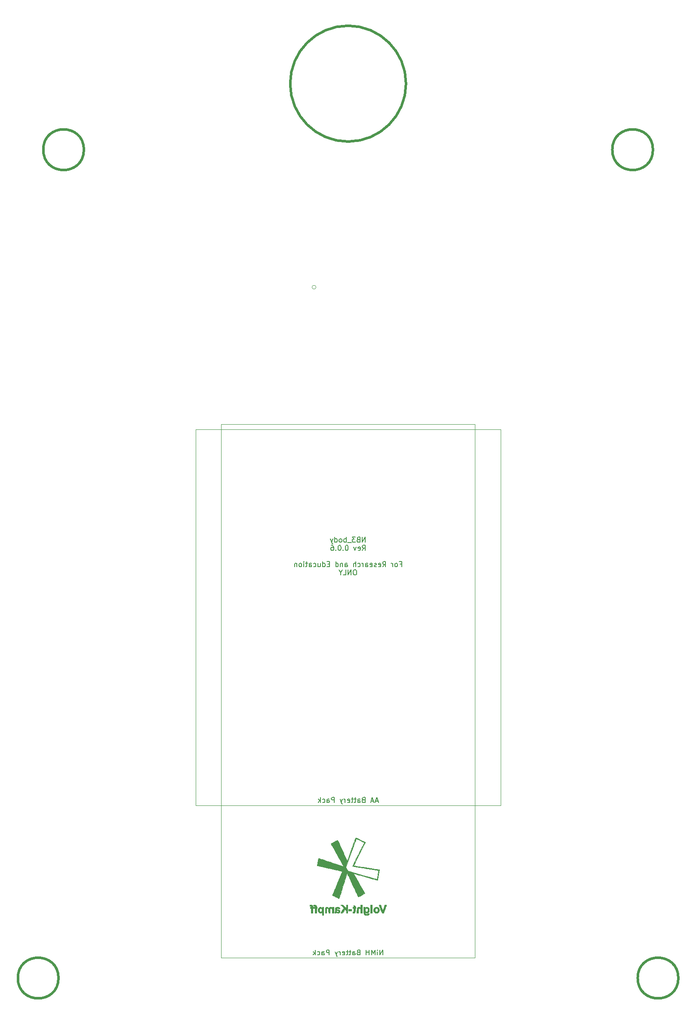
<source format=gbo>
G04 #@! TF.GenerationSoftware,KiCad,Pcbnew,9.0.2*
G04 #@! TF.CreationDate,2025-06-02T15:36:06+01:00*
G04 #@! TF.ProjectId,NB3_body,4e42335f-626f-4647-992e-6b696361645f,0.0.6*
G04 #@! TF.SameCoordinates,PX76bb820PYd4ab5c0*
G04 #@! TF.FileFunction,Legend,Bot*
G04 #@! TF.FilePolarity,Positive*
%FSLAX46Y46*%
G04 Gerber Fmt 4.6, Leading zero omitted, Abs format (unit mm)*
G04 Created by KiCad (PCBNEW 9.0.2) date 2025-06-02 15:36:06*
%MOMM*%
%LPD*%
G01*
G04 APERTURE LIST*
%ADD10C,0.500000*%
%ADD11C,0.120000*%
%ADD12C,0.150000*%
%ADD13C,0.010000*%
G04 APERTURE END LIST*
D10*
X65000000Y7000000D02*
G75*
G02*
X57000000Y7000000I-4000000J0D01*
G01*
X57000000Y7000000D02*
G75*
G02*
X65000000Y7000000I4000000J0D01*
G01*
X-52000000Y170000000D02*
G75*
G02*
X-60000000Y170000000I-4000000J0D01*
G01*
X-60000000Y170000000D02*
G75*
G02*
X-52000000Y170000000I4000000J0D01*
G01*
X11400000Y183000000D02*
G75*
G02*
X-11400000Y183000000I-11400000J0D01*
G01*
X-11400000Y183000000D02*
G75*
G02*
X11400000Y183000000I11400000J0D01*
G01*
X-57000000Y7000000D02*
G75*
G02*
X-65000000Y7000000I-4000000J0D01*
G01*
X-65000000Y7000000D02*
G75*
G02*
X-57000000Y7000000I4000000J0D01*
G01*
D11*
X-30000000Y115000000D02*
X30000000Y115000000D01*
X30000000Y41000000D01*
X-30000000Y41000000D01*
X-30000000Y115000000D01*
D10*
X60000000Y170000000D02*
G75*
G02*
X52000000Y170000000I-4000000J0D01*
G01*
X52000000Y170000000D02*
G75*
G02*
X60000000Y170000000I4000000J0D01*
G01*
D11*
X-25000000Y116000000D02*
X25000000Y116000000D01*
X25000000Y11000000D01*
X-25000000Y11000000D01*
X-25000000Y116000000D01*
D12*
X5857143Y41830896D02*
X5380953Y41830896D01*
X5952381Y41545181D02*
X5619048Y42545181D01*
X5619048Y42545181D02*
X5285715Y41545181D01*
X5000000Y41830896D02*
X4523810Y41830896D01*
X5095238Y41545181D02*
X4761905Y42545181D01*
X4761905Y42545181D02*
X4428572Y41545181D01*
X3000000Y42068991D02*
X2857143Y42021372D01*
X2857143Y42021372D02*
X2809524Y41973753D01*
X2809524Y41973753D02*
X2761905Y41878515D01*
X2761905Y41878515D02*
X2761905Y41735658D01*
X2761905Y41735658D02*
X2809524Y41640420D01*
X2809524Y41640420D02*
X2857143Y41592800D01*
X2857143Y41592800D02*
X2952381Y41545181D01*
X2952381Y41545181D02*
X3333333Y41545181D01*
X3333333Y41545181D02*
X3333333Y42545181D01*
X3333333Y42545181D02*
X3000000Y42545181D01*
X3000000Y42545181D02*
X2904762Y42497562D01*
X2904762Y42497562D02*
X2857143Y42449943D01*
X2857143Y42449943D02*
X2809524Y42354705D01*
X2809524Y42354705D02*
X2809524Y42259467D01*
X2809524Y42259467D02*
X2857143Y42164229D01*
X2857143Y42164229D02*
X2904762Y42116610D01*
X2904762Y42116610D02*
X3000000Y42068991D01*
X3000000Y42068991D02*
X3333333Y42068991D01*
X1904762Y41545181D02*
X1904762Y42068991D01*
X1904762Y42068991D02*
X1952381Y42164229D01*
X1952381Y42164229D02*
X2047619Y42211848D01*
X2047619Y42211848D02*
X2238095Y42211848D01*
X2238095Y42211848D02*
X2333333Y42164229D01*
X1904762Y41592800D02*
X2000000Y41545181D01*
X2000000Y41545181D02*
X2238095Y41545181D01*
X2238095Y41545181D02*
X2333333Y41592800D01*
X2333333Y41592800D02*
X2380952Y41688039D01*
X2380952Y41688039D02*
X2380952Y41783277D01*
X2380952Y41783277D02*
X2333333Y41878515D01*
X2333333Y41878515D02*
X2238095Y41926134D01*
X2238095Y41926134D02*
X2000000Y41926134D01*
X2000000Y41926134D02*
X1904762Y41973753D01*
X1571428Y42211848D02*
X1190476Y42211848D01*
X1428571Y42545181D02*
X1428571Y41688039D01*
X1428571Y41688039D02*
X1380952Y41592800D01*
X1380952Y41592800D02*
X1285714Y41545181D01*
X1285714Y41545181D02*
X1190476Y41545181D01*
X999999Y42211848D02*
X619047Y42211848D01*
X857142Y42545181D02*
X857142Y41688039D01*
X857142Y41688039D02*
X809523Y41592800D01*
X809523Y41592800D02*
X714285Y41545181D01*
X714285Y41545181D02*
X619047Y41545181D01*
X-95239Y41592800D02*
X-1Y41545181D01*
X-1Y41545181D02*
X190475Y41545181D01*
X190475Y41545181D02*
X285713Y41592800D01*
X285713Y41592800D02*
X333332Y41688039D01*
X333332Y41688039D02*
X333332Y42068991D01*
X333332Y42068991D02*
X285713Y42164229D01*
X285713Y42164229D02*
X190475Y42211848D01*
X190475Y42211848D02*
X-1Y42211848D01*
X-1Y42211848D02*
X-95239Y42164229D01*
X-95239Y42164229D02*
X-142858Y42068991D01*
X-142858Y42068991D02*
X-142858Y41973753D01*
X-142858Y41973753D02*
X333332Y41878515D01*
X-571430Y41545181D02*
X-571430Y42211848D01*
X-571430Y42021372D02*
X-619049Y42116610D01*
X-619049Y42116610D02*
X-666668Y42164229D01*
X-666668Y42164229D02*
X-761906Y42211848D01*
X-761906Y42211848D02*
X-857144Y42211848D01*
X-1095240Y42211848D02*
X-1333335Y41545181D01*
X-1571430Y42211848D02*
X-1333335Y41545181D01*
X-1333335Y41545181D02*
X-1238097Y41307086D01*
X-1238097Y41307086D02*
X-1190478Y41259467D01*
X-1190478Y41259467D02*
X-1095240Y41211848D01*
X-2714288Y41545181D02*
X-2714288Y42545181D01*
X-2714288Y42545181D02*
X-3095240Y42545181D01*
X-3095240Y42545181D02*
X-3190478Y42497562D01*
X-3190478Y42497562D02*
X-3238097Y42449943D01*
X-3238097Y42449943D02*
X-3285716Y42354705D01*
X-3285716Y42354705D02*
X-3285716Y42211848D01*
X-3285716Y42211848D02*
X-3238097Y42116610D01*
X-3238097Y42116610D02*
X-3190478Y42068991D01*
X-3190478Y42068991D02*
X-3095240Y42021372D01*
X-3095240Y42021372D02*
X-2714288Y42021372D01*
X-4142859Y41545181D02*
X-4142859Y42068991D01*
X-4142859Y42068991D02*
X-4095240Y42164229D01*
X-4095240Y42164229D02*
X-4000002Y42211848D01*
X-4000002Y42211848D02*
X-3809526Y42211848D01*
X-3809526Y42211848D02*
X-3714288Y42164229D01*
X-4142859Y41592800D02*
X-4047621Y41545181D01*
X-4047621Y41545181D02*
X-3809526Y41545181D01*
X-3809526Y41545181D02*
X-3714288Y41592800D01*
X-3714288Y41592800D02*
X-3666669Y41688039D01*
X-3666669Y41688039D02*
X-3666669Y41783277D01*
X-3666669Y41783277D02*
X-3714288Y41878515D01*
X-3714288Y41878515D02*
X-3809526Y41926134D01*
X-3809526Y41926134D02*
X-4047621Y41926134D01*
X-4047621Y41926134D02*
X-4142859Y41973753D01*
X-5047621Y41592800D02*
X-4952383Y41545181D01*
X-4952383Y41545181D02*
X-4761907Y41545181D01*
X-4761907Y41545181D02*
X-4666669Y41592800D01*
X-4666669Y41592800D02*
X-4619050Y41640420D01*
X-4619050Y41640420D02*
X-4571431Y41735658D01*
X-4571431Y41735658D02*
X-4571431Y42021372D01*
X-4571431Y42021372D02*
X-4619050Y42116610D01*
X-4619050Y42116610D02*
X-4666669Y42164229D01*
X-4666669Y42164229D02*
X-4761907Y42211848D01*
X-4761907Y42211848D02*
X-4952383Y42211848D01*
X-4952383Y42211848D02*
X-5047621Y42164229D01*
X-5476193Y41545181D02*
X-5476193Y42545181D01*
X-5571431Y41926134D02*
X-5857145Y41545181D01*
X-5857145Y42211848D02*
X-5476193Y41830896D01*
X3380952Y92765069D02*
X3380952Y93765069D01*
X3380952Y93765069D02*
X2809524Y92765069D01*
X2809524Y92765069D02*
X2809524Y93765069D01*
X2000000Y93288879D02*
X1857143Y93241260D01*
X1857143Y93241260D02*
X1809524Y93193641D01*
X1809524Y93193641D02*
X1761905Y93098403D01*
X1761905Y93098403D02*
X1761905Y92955546D01*
X1761905Y92955546D02*
X1809524Y92860308D01*
X1809524Y92860308D02*
X1857143Y92812688D01*
X1857143Y92812688D02*
X1952381Y92765069D01*
X1952381Y92765069D02*
X2333333Y92765069D01*
X2333333Y92765069D02*
X2333333Y93765069D01*
X2333333Y93765069D02*
X2000000Y93765069D01*
X2000000Y93765069D02*
X1904762Y93717450D01*
X1904762Y93717450D02*
X1857143Y93669831D01*
X1857143Y93669831D02*
X1809524Y93574593D01*
X1809524Y93574593D02*
X1809524Y93479355D01*
X1809524Y93479355D02*
X1857143Y93384117D01*
X1857143Y93384117D02*
X1904762Y93336498D01*
X1904762Y93336498D02*
X2000000Y93288879D01*
X2000000Y93288879D02*
X2333333Y93288879D01*
X1428571Y93765069D02*
X809524Y93765069D01*
X809524Y93765069D02*
X1142857Y93384117D01*
X1142857Y93384117D02*
X1000000Y93384117D01*
X1000000Y93384117D02*
X904762Y93336498D01*
X904762Y93336498D02*
X857143Y93288879D01*
X857143Y93288879D02*
X809524Y93193641D01*
X809524Y93193641D02*
X809524Y92955546D01*
X809524Y92955546D02*
X857143Y92860308D01*
X857143Y92860308D02*
X904762Y92812688D01*
X904762Y92812688D02*
X1000000Y92765069D01*
X1000000Y92765069D02*
X1285714Y92765069D01*
X1285714Y92765069D02*
X1380952Y92812688D01*
X1380952Y92812688D02*
X1428571Y92860308D01*
X619048Y92669831D02*
X-142857Y92669831D01*
X-380953Y92765069D02*
X-380953Y93765069D01*
X-380953Y93384117D02*
X-476191Y93431736D01*
X-476191Y93431736D02*
X-666667Y93431736D01*
X-666667Y93431736D02*
X-761905Y93384117D01*
X-761905Y93384117D02*
X-809524Y93336498D01*
X-809524Y93336498D02*
X-857143Y93241260D01*
X-857143Y93241260D02*
X-857143Y92955546D01*
X-857143Y92955546D02*
X-809524Y92860308D01*
X-809524Y92860308D02*
X-761905Y92812688D01*
X-761905Y92812688D02*
X-666667Y92765069D01*
X-666667Y92765069D02*
X-476191Y92765069D01*
X-476191Y92765069D02*
X-380953Y92812688D01*
X-1428572Y92765069D02*
X-1333334Y92812688D01*
X-1333334Y92812688D02*
X-1285715Y92860308D01*
X-1285715Y92860308D02*
X-1238096Y92955546D01*
X-1238096Y92955546D02*
X-1238096Y93241260D01*
X-1238096Y93241260D02*
X-1285715Y93336498D01*
X-1285715Y93336498D02*
X-1333334Y93384117D01*
X-1333334Y93384117D02*
X-1428572Y93431736D01*
X-1428572Y93431736D02*
X-1571429Y93431736D01*
X-1571429Y93431736D02*
X-1666667Y93384117D01*
X-1666667Y93384117D02*
X-1714286Y93336498D01*
X-1714286Y93336498D02*
X-1761905Y93241260D01*
X-1761905Y93241260D02*
X-1761905Y92955546D01*
X-1761905Y92955546D02*
X-1714286Y92860308D01*
X-1714286Y92860308D02*
X-1666667Y92812688D01*
X-1666667Y92812688D02*
X-1571429Y92765069D01*
X-1571429Y92765069D02*
X-1428572Y92765069D01*
X-2619048Y92765069D02*
X-2619048Y93765069D01*
X-2619048Y92812688D02*
X-2523810Y92765069D01*
X-2523810Y92765069D02*
X-2333334Y92765069D01*
X-2333334Y92765069D02*
X-2238096Y92812688D01*
X-2238096Y92812688D02*
X-2190477Y92860308D01*
X-2190477Y92860308D02*
X-2142858Y92955546D01*
X-2142858Y92955546D02*
X-2142858Y93241260D01*
X-2142858Y93241260D02*
X-2190477Y93336498D01*
X-2190477Y93336498D02*
X-2238096Y93384117D01*
X-2238096Y93384117D02*
X-2333334Y93431736D01*
X-2333334Y93431736D02*
X-2523810Y93431736D01*
X-2523810Y93431736D02*
X-2619048Y93384117D01*
X-3000001Y93431736D02*
X-3238096Y92765069D01*
X-3476191Y93431736D02*
X-3238096Y92765069D01*
X-3238096Y92765069D02*
X-3142858Y92526974D01*
X-3142858Y92526974D02*
X-3095239Y92479355D01*
X-3095239Y92479355D02*
X-3000001Y92431736D01*
X2785714Y91155125D02*
X3119047Y91631316D01*
X3357142Y91155125D02*
X3357142Y92155125D01*
X3357142Y92155125D02*
X2976190Y92155125D01*
X2976190Y92155125D02*
X2880952Y92107506D01*
X2880952Y92107506D02*
X2833333Y92059887D01*
X2833333Y92059887D02*
X2785714Y91964649D01*
X2785714Y91964649D02*
X2785714Y91821792D01*
X2785714Y91821792D02*
X2833333Y91726554D01*
X2833333Y91726554D02*
X2880952Y91678935D01*
X2880952Y91678935D02*
X2976190Y91631316D01*
X2976190Y91631316D02*
X3357142Y91631316D01*
X1976190Y91202744D02*
X2071428Y91155125D01*
X2071428Y91155125D02*
X2261904Y91155125D01*
X2261904Y91155125D02*
X2357142Y91202744D01*
X2357142Y91202744D02*
X2404761Y91297983D01*
X2404761Y91297983D02*
X2404761Y91678935D01*
X2404761Y91678935D02*
X2357142Y91774173D01*
X2357142Y91774173D02*
X2261904Y91821792D01*
X2261904Y91821792D02*
X2071428Y91821792D01*
X2071428Y91821792D02*
X1976190Y91774173D01*
X1976190Y91774173D02*
X1928571Y91678935D01*
X1928571Y91678935D02*
X1928571Y91583697D01*
X1928571Y91583697D02*
X2404761Y91488459D01*
X1595237Y91821792D02*
X1357142Y91155125D01*
X1357142Y91155125D02*
X1119047Y91821792D01*
X-214287Y92155125D02*
X-309525Y92155125D01*
X-309525Y92155125D02*
X-404763Y92107506D01*
X-404763Y92107506D02*
X-452382Y92059887D01*
X-452382Y92059887D02*
X-500001Y91964649D01*
X-500001Y91964649D02*
X-547620Y91774173D01*
X-547620Y91774173D02*
X-547620Y91536078D01*
X-547620Y91536078D02*
X-500001Y91345602D01*
X-500001Y91345602D02*
X-452382Y91250364D01*
X-452382Y91250364D02*
X-404763Y91202744D01*
X-404763Y91202744D02*
X-309525Y91155125D01*
X-309525Y91155125D02*
X-214287Y91155125D01*
X-214287Y91155125D02*
X-119049Y91202744D01*
X-119049Y91202744D02*
X-71430Y91250364D01*
X-71430Y91250364D02*
X-23811Y91345602D01*
X-23811Y91345602D02*
X23808Y91536078D01*
X23808Y91536078D02*
X23808Y91774173D01*
X23808Y91774173D02*
X-23811Y91964649D01*
X-23811Y91964649D02*
X-71430Y92059887D01*
X-71430Y92059887D02*
X-119049Y92107506D01*
X-119049Y92107506D02*
X-214287Y92155125D01*
X-976192Y91250364D02*
X-1023811Y91202744D01*
X-1023811Y91202744D02*
X-976192Y91155125D01*
X-976192Y91155125D02*
X-928573Y91202744D01*
X-928573Y91202744D02*
X-976192Y91250364D01*
X-976192Y91250364D02*
X-976192Y91155125D01*
X-1642858Y92155125D02*
X-1738096Y92155125D01*
X-1738096Y92155125D02*
X-1833334Y92107506D01*
X-1833334Y92107506D02*
X-1880953Y92059887D01*
X-1880953Y92059887D02*
X-1928572Y91964649D01*
X-1928572Y91964649D02*
X-1976191Y91774173D01*
X-1976191Y91774173D02*
X-1976191Y91536078D01*
X-1976191Y91536078D02*
X-1928572Y91345602D01*
X-1928572Y91345602D02*
X-1880953Y91250364D01*
X-1880953Y91250364D02*
X-1833334Y91202744D01*
X-1833334Y91202744D02*
X-1738096Y91155125D01*
X-1738096Y91155125D02*
X-1642858Y91155125D01*
X-1642858Y91155125D02*
X-1547620Y91202744D01*
X-1547620Y91202744D02*
X-1500001Y91250364D01*
X-1500001Y91250364D02*
X-1452382Y91345602D01*
X-1452382Y91345602D02*
X-1404763Y91536078D01*
X-1404763Y91536078D02*
X-1404763Y91774173D01*
X-1404763Y91774173D02*
X-1452382Y91964649D01*
X-1452382Y91964649D02*
X-1500001Y92059887D01*
X-1500001Y92059887D02*
X-1547620Y92107506D01*
X-1547620Y92107506D02*
X-1642858Y92155125D01*
X-2404763Y91250364D02*
X-2452382Y91202744D01*
X-2452382Y91202744D02*
X-2404763Y91155125D01*
X-2404763Y91155125D02*
X-2357144Y91202744D01*
X-2357144Y91202744D02*
X-2404763Y91250364D01*
X-2404763Y91250364D02*
X-2404763Y91155125D01*
X-3309524Y92155125D02*
X-3119048Y92155125D01*
X-3119048Y92155125D02*
X-3023810Y92107506D01*
X-3023810Y92107506D02*
X-2976191Y92059887D01*
X-2976191Y92059887D02*
X-2880953Y91917030D01*
X-2880953Y91917030D02*
X-2833334Y91726554D01*
X-2833334Y91726554D02*
X-2833334Y91345602D01*
X-2833334Y91345602D02*
X-2880953Y91250364D01*
X-2880953Y91250364D02*
X-2928572Y91202744D01*
X-2928572Y91202744D02*
X-3023810Y91155125D01*
X-3023810Y91155125D02*
X-3214286Y91155125D01*
X-3214286Y91155125D02*
X-3309524Y91202744D01*
X-3309524Y91202744D02*
X-3357143Y91250364D01*
X-3357143Y91250364D02*
X-3404762Y91345602D01*
X-3404762Y91345602D02*
X-3404762Y91583697D01*
X-3404762Y91583697D02*
X-3357143Y91678935D01*
X-3357143Y91678935D02*
X-3309524Y91726554D01*
X-3309524Y91726554D02*
X-3214286Y91774173D01*
X-3214286Y91774173D02*
X-3023810Y91774173D01*
X-3023810Y91774173D02*
X-2928572Y91726554D01*
X-2928572Y91726554D02*
X-2880953Y91678935D01*
X-2880953Y91678935D02*
X-2833334Y91583697D01*
X10190477Y88459047D02*
X10523810Y88459047D01*
X10523810Y87935237D02*
X10523810Y88935237D01*
X10523810Y88935237D02*
X10047620Y88935237D01*
X9523810Y87935237D02*
X9619048Y87982856D01*
X9619048Y87982856D02*
X9666667Y88030476D01*
X9666667Y88030476D02*
X9714286Y88125714D01*
X9714286Y88125714D02*
X9714286Y88411428D01*
X9714286Y88411428D02*
X9666667Y88506666D01*
X9666667Y88506666D02*
X9619048Y88554285D01*
X9619048Y88554285D02*
X9523810Y88601904D01*
X9523810Y88601904D02*
X9380953Y88601904D01*
X9380953Y88601904D02*
X9285715Y88554285D01*
X9285715Y88554285D02*
X9238096Y88506666D01*
X9238096Y88506666D02*
X9190477Y88411428D01*
X9190477Y88411428D02*
X9190477Y88125714D01*
X9190477Y88125714D02*
X9238096Y88030476D01*
X9238096Y88030476D02*
X9285715Y87982856D01*
X9285715Y87982856D02*
X9380953Y87935237D01*
X9380953Y87935237D02*
X9523810Y87935237D01*
X8761905Y87935237D02*
X8761905Y88601904D01*
X8761905Y88411428D02*
X8714286Y88506666D01*
X8714286Y88506666D02*
X8666667Y88554285D01*
X8666667Y88554285D02*
X8571429Y88601904D01*
X8571429Y88601904D02*
X8476191Y88601904D01*
X6809524Y87935237D02*
X7142857Y88411428D01*
X7380952Y87935237D02*
X7380952Y88935237D01*
X7380952Y88935237D02*
X7000000Y88935237D01*
X7000000Y88935237D02*
X6904762Y88887618D01*
X6904762Y88887618D02*
X6857143Y88839999D01*
X6857143Y88839999D02*
X6809524Y88744761D01*
X6809524Y88744761D02*
X6809524Y88601904D01*
X6809524Y88601904D02*
X6857143Y88506666D01*
X6857143Y88506666D02*
X6904762Y88459047D01*
X6904762Y88459047D02*
X7000000Y88411428D01*
X7000000Y88411428D02*
X7380952Y88411428D01*
X6000000Y87982856D02*
X6095238Y87935237D01*
X6095238Y87935237D02*
X6285714Y87935237D01*
X6285714Y87935237D02*
X6380952Y87982856D01*
X6380952Y87982856D02*
X6428571Y88078095D01*
X6428571Y88078095D02*
X6428571Y88459047D01*
X6428571Y88459047D02*
X6380952Y88554285D01*
X6380952Y88554285D02*
X6285714Y88601904D01*
X6285714Y88601904D02*
X6095238Y88601904D01*
X6095238Y88601904D02*
X6000000Y88554285D01*
X6000000Y88554285D02*
X5952381Y88459047D01*
X5952381Y88459047D02*
X5952381Y88363809D01*
X5952381Y88363809D02*
X6428571Y88268571D01*
X5571428Y87982856D02*
X5476190Y87935237D01*
X5476190Y87935237D02*
X5285714Y87935237D01*
X5285714Y87935237D02*
X5190476Y87982856D01*
X5190476Y87982856D02*
X5142857Y88078095D01*
X5142857Y88078095D02*
X5142857Y88125714D01*
X5142857Y88125714D02*
X5190476Y88220952D01*
X5190476Y88220952D02*
X5285714Y88268571D01*
X5285714Y88268571D02*
X5428571Y88268571D01*
X5428571Y88268571D02*
X5523809Y88316190D01*
X5523809Y88316190D02*
X5571428Y88411428D01*
X5571428Y88411428D02*
X5571428Y88459047D01*
X5571428Y88459047D02*
X5523809Y88554285D01*
X5523809Y88554285D02*
X5428571Y88601904D01*
X5428571Y88601904D02*
X5285714Y88601904D01*
X5285714Y88601904D02*
X5190476Y88554285D01*
X4333333Y87982856D02*
X4428571Y87935237D01*
X4428571Y87935237D02*
X4619047Y87935237D01*
X4619047Y87935237D02*
X4714285Y87982856D01*
X4714285Y87982856D02*
X4761904Y88078095D01*
X4761904Y88078095D02*
X4761904Y88459047D01*
X4761904Y88459047D02*
X4714285Y88554285D01*
X4714285Y88554285D02*
X4619047Y88601904D01*
X4619047Y88601904D02*
X4428571Y88601904D01*
X4428571Y88601904D02*
X4333333Y88554285D01*
X4333333Y88554285D02*
X4285714Y88459047D01*
X4285714Y88459047D02*
X4285714Y88363809D01*
X4285714Y88363809D02*
X4761904Y88268571D01*
X3428571Y87935237D02*
X3428571Y88459047D01*
X3428571Y88459047D02*
X3476190Y88554285D01*
X3476190Y88554285D02*
X3571428Y88601904D01*
X3571428Y88601904D02*
X3761904Y88601904D01*
X3761904Y88601904D02*
X3857142Y88554285D01*
X3428571Y87982856D02*
X3523809Y87935237D01*
X3523809Y87935237D02*
X3761904Y87935237D01*
X3761904Y87935237D02*
X3857142Y87982856D01*
X3857142Y87982856D02*
X3904761Y88078095D01*
X3904761Y88078095D02*
X3904761Y88173333D01*
X3904761Y88173333D02*
X3857142Y88268571D01*
X3857142Y88268571D02*
X3761904Y88316190D01*
X3761904Y88316190D02*
X3523809Y88316190D01*
X3523809Y88316190D02*
X3428571Y88363809D01*
X2952380Y87935237D02*
X2952380Y88601904D01*
X2952380Y88411428D02*
X2904761Y88506666D01*
X2904761Y88506666D02*
X2857142Y88554285D01*
X2857142Y88554285D02*
X2761904Y88601904D01*
X2761904Y88601904D02*
X2666666Y88601904D01*
X1904761Y87982856D02*
X1999999Y87935237D01*
X1999999Y87935237D02*
X2190475Y87935237D01*
X2190475Y87935237D02*
X2285713Y87982856D01*
X2285713Y87982856D02*
X2333332Y88030476D01*
X2333332Y88030476D02*
X2380951Y88125714D01*
X2380951Y88125714D02*
X2380951Y88411428D01*
X2380951Y88411428D02*
X2333332Y88506666D01*
X2333332Y88506666D02*
X2285713Y88554285D01*
X2285713Y88554285D02*
X2190475Y88601904D01*
X2190475Y88601904D02*
X1999999Y88601904D01*
X1999999Y88601904D02*
X1904761Y88554285D01*
X1476189Y87935237D02*
X1476189Y88935237D01*
X1047618Y87935237D02*
X1047618Y88459047D01*
X1047618Y88459047D02*
X1095237Y88554285D01*
X1095237Y88554285D02*
X1190475Y88601904D01*
X1190475Y88601904D02*
X1333332Y88601904D01*
X1333332Y88601904D02*
X1428570Y88554285D01*
X1428570Y88554285D02*
X1476189Y88506666D01*
X-619049Y87935237D02*
X-619049Y88459047D01*
X-619049Y88459047D02*
X-571430Y88554285D01*
X-571430Y88554285D02*
X-476192Y88601904D01*
X-476192Y88601904D02*
X-285716Y88601904D01*
X-285716Y88601904D02*
X-190478Y88554285D01*
X-619049Y87982856D02*
X-523811Y87935237D01*
X-523811Y87935237D02*
X-285716Y87935237D01*
X-285716Y87935237D02*
X-190478Y87982856D01*
X-190478Y87982856D02*
X-142859Y88078095D01*
X-142859Y88078095D02*
X-142859Y88173333D01*
X-142859Y88173333D02*
X-190478Y88268571D01*
X-190478Y88268571D02*
X-285716Y88316190D01*
X-285716Y88316190D02*
X-523811Y88316190D01*
X-523811Y88316190D02*
X-619049Y88363809D01*
X-1095240Y88601904D02*
X-1095240Y87935237D01*
X-1095240Y88506666D02*
X-1142859Y88554285D01*
X-1142859Y88554285D02*
X-1238097Y88601904D01*
X-1238097Y88601904D02*
X-1380954Y88601904D01*
X-1380954Y88601904D02*
X-1476192Y88554285D01*
X-1476192Y88554285D02*
X-1523811Y88459047D01*
X-1523811Y88459047D02*
X-1523811Y87935237D01*
X-2428573Y87935237D02*
X-2428573Y88935237D01*
X-2428573Y87982856D02*
X-2333335Y87935237D01*
X-2333335Y87935237D02*
X-2142859Y87935237D01*
X-2142859Y87935237D02*
X-2047621Y87982856D01*
X-2047621Y87982856D02*
X-2000002Y88030476D01*
X-2000002Y88030476D02*
X-1952383Y88125714D01*
X-1952383Y88125714D02*
X-1952383Y88411428D01*
X-1952383Y88411428D02*
X-2000002Y88506666D01*
X-2000002Y88506666D02*
X-2047621Y88554285D01*
X-2047621Y88554285D02*
X-2142859Y88601904D01*
X-2142859Y88601904D02*
X-2333335Y88601904D01*
X-2333335Y88601904D02*
X-2428573Y88554285D01*
X-3666669Y88459047D02*
X-4000002Y88459047D01*
X-4142859Y87935237D02*
X-3666669Y87935237D01*
X-3666669Y87935237D02*
X-3666669Y88935237D01*
X-3666669Y88935237D02*
X-4142859Y88935237D01*
X-5000002Y87935237D02*
X-5000002Y88935237D01*
X-5000002Y87982856D02*
X-4904764Y87935237D01*
X-4904764Y87935237D02*
X-4714288Y87935237D01*
X-4714288Y87935237D02*
X-4619050Y87982856D01*
X-4619050Y87982856D02*
X-4571431Y88030476D01*
X-4571431Y88030476D02*
X-4523812Y88125714D01*
X-4523812Y88125714D02*
X-4523812Y88411428D01*
X-4523812Y88411428D02*
X-4571431Y88506666D01*
X-4571431Y88506666D02*
X-4619050Y88554285D01*
X-4619050Y88554285D02*
X-4714288Y88601904D01*
X-4714288Y88601904D02*
X-4904764Y88601904D01*
X-4904764Y88601904D02*
X-5000002Y88554285D01*
X-5904764Y88601904D02*
X-5904764Y87935237D01*
X-5476193Y88601904D02*
X-5476193Y88078095D01*
X-5476193Y88078095D02*
X-5523812Y87982856D01*
X-5523812Y87982856D02*
X-5619050Y87935237D01*
X-5619050Y87935237D02*
X-5761907Y87935237D01*
X-5761907Y87935237D02*
X-5857145Y87982856D01*
X-5857145Y87982856D02*
X-5904764Y88030476D01*
X-6809526Y87982856D02*
X-6714288Y87935237D01*
X-6714288Y87935237D02*
X-6523812Y87935237D01*
X-6523812Y87935237D02*
X-6428574Y87982856D01*
X-6428574Y87982856D02*
X-6380955Y88030476D01*
X-6380955Y88030476D02*
X-6333336Y88125714D01*
X-6333336Y88125714D02*
X-6333336Y88411428D01*
X-6333336Y88411428D02*
X-6380955Y88506666D01*
X-6380955Y88506666D02*
X-6428574Y88554285D01*
X-6428574Y88554285D02*
X-6523812Y88601904D01*
X-6523812Y88601904D02*
X-6714288Y88601904D01*
X-6714288Y88601904D02*
X-6809526Y88554285D01*
X-7666669Y87935237D02*
X-7666669Y88459047D01*
X-7666669Y88459047D02*
X-7619050Y88554285D01*
X-7619050Y88554285D02*
X-7523812Y88601904D01*
X-7523812Y88601904D02*
X-7333336Y88601904D01*
X-7333336Y88601904D02*
X-7238098Y88554285D01*
X-7666669Y87982856D02*
X-7571431Y87935237D01*
X-7571431Y87935237D02*
X-7333336Y87935237D01*
X-7333336Y87935237D02*
X-7238098Y87982856D01*
X-7238098Y87982856D02*
X-7190479Y88078095D01*
X-7190479Y88078095D02*
X-7190479Y88173333D01*
X-7190479Y88173333D02*
X-7238098Y88268571D01*
X-7238098Y88268571D02*
X-7333336Y88316190D01*
X-7333336Y88316190D02*
X-7571431Y88316190D01*
X-7571431Y88316190D02*
X-7666669Y88363809D01*
X-8000003Y88601904D02*
X-8380955Y88601904D01*
X-8142860Y88935237D02*
X-8142860Y88078095D01*
X-8142860Y88078095D02*
X-8190479Y87982856D01*
X-8190479Y87982856D02*
X-8285717Y87935237D01*
X-8285717Y87935237D02*
X-8380955Y87935237D01*
X-8714289Y87935237D02*
X-8714289Y88601904D01*
X-8714289Y88935237D02*
X-8666670Y88887618D01*
X-8666670Y88887618D02*
X-8714289Y88839999D01*
X-8714289Y88839999D02*
X-8761908Y88887618D01*
X-8761908Y88887618D02*
X-8714289Y88935237D01*
X-8714289Y88935237D02*
X-8714289Y88839999D01*
X-9333336Y87935237D02*
X-9238098Y87982856D01*
X-9238098Y87982856D02*
X-9190479Y88030476D01*
X-9190479Y88030476D02*
X-9142860Y88125714D01*
X-9142860Y88125714D02*
X-9142860Y88411428D01*
X-9142860Y88411428D02*
X-9190479Y88506666D01*
X-9190479Y88506666D02*
X-9238098Y88554285D01*
X-9238098Y88554285D02*
X-9333336Y88601904D01*
X-9333336Y88601904D02*
X-9476193Y88601904D01*
X-9476193Y88601904D02*
X-9571431Y88554285D01*
X-9571431Y88554285D02*
X-9619050Y88506666D01*
X-9619050Y88506666D02*
X-9666669Y88411428D01*
X-9666669Y88411428D02*
X-9666669Y88125714D01*
X-9666669Y88125714D02*
X-9619050Y88030476D01*
X-9619050Y88030476D02*
X-9571431Y87982856D01*
X-9571431Y87982856D02*
X-9476193Y87935237D01*
X-9476193Y87935237D02*
X-9333336Y87935237D01*
X-10095241Y88601904D02*
X-10095241Y87935237D01*
X-10095241Y88506666D02*
X-10142860Y88554285D01*
X-10142860Y88554285D02*
X-10238098Y88601904D01*
X-10238098Y88601904D02*
X-10380955Y88601904D01*
X-10380955Y88601904D02*
X-10476193Y88554285D01*
X-10476193Y88554285D02*
X-10523812Y88459047D01*
X-10523812Y88459047D02*
X-10523812Y87935237D01*
X1452380Y87325293D02*
X1261904Y87325293D01*
X1261904Y87325293D02*
X1166666Y87277674D01*
X1166666Y87277674D02*
X1071428Y87182436D01*
X1071428Y87182436D02*
X1023809Y86991960D01*
X1023809Y86991960D02*
X1023809Y86658627D01*
X1023809Y86658627D02*
X1071428Y86468151D01*
X1071428Y86468151D02*
X1166666Y86372912D01*
X1166666Y86372912D02*
X1261904Y86325293D01*
X1261904Y86325293D02*
X1452380Y86325293D01*
X1452380Y86325293D02*
X1547618Y86372912D01*
X1547618Y86372912D02*
X1642856Y86468151D01*
X1642856Y86468151D02*
X1690475Y86658627D01*
X1690475Y86658627D02*
X1690475Y86991960D01*
X1690475Y86991960D02*
X1642856Y87182436D01*
X1642856Y87182436D02*
X1547618Y87277674D01*
X1547618Y87277674D02*
X1452380Y87325293D01*
X595237Y86325293D02*
X595237Y87325293D01*
X595237Y87325293D02*
X23809Y86325293D01*
X23809Y86325293D02*
X23809Y87325293D01*
X-928572Y86325293D02*
X-452382Y86325293D01*
X-452382Y86325293D02*
X-452382Y87325293D01*
X-1452382Y86801484D02*
X-1452382Y86325293D01*
X-1119049Y87325293D02*
X-1452382Y86801484D01*
X-1452382Y86801484D02*
X-1785715Y87325293D01*
X6809524Y11545181D02*
X6809524Y12545181D01*
X6809524Y12545181D02*
X6238096Y11545181D01*
X6238096Y11545181D02*
X6238096Y12545181D01*
X5761905Y11545181D02*
X5761905Y12211848D01*
X5761905Y12545181D02*
X5809524Y12497562D01*
X5809524Y12497562D02*
X5761905Y12449943D01*
X5761905Y12449943D02*
X5714286Y12497562D01*
X5714286Y12497562D02*
X5761905Y12545181D01*
X5761905Y12545181D02*
X5761905Y12449943D01*
X5285715Y11545181D02*
X5285715Y12545181D01*
X5285715Y12545181D02*
X4952382Y11830896D01*
X4952382Y11830896D02*
X4619049Y12545181D01*
X4619049Y12545181D02*
X4619049Y11545181D01*
X4142858Y11545181D02*
X4142858Y12545181D01*
X4142858Y12068991D02*
X3571430Y12068991D01*
X3571430Y11545181D02*
X3571430Y12545181D01*
X2000001Y12068991D02*
X1857144Y12021372D01*
X1857144Y12021372D02*
X1809525Y11973753D01*
X1809525Y11973753D02*
X1761906Y11878515D01*
X1761906Y11878515D02*
X1761906Y11735658D01*
X1761906Y11735658D02*
X1809525Y11640420D01*
X1809525Y11640420D02*
X1857144Y11592800D01*
X1857144Y11592800D02*
X1952382Y11545181D01*
X1952382Y11545181D02*
X2333334Y11545181D01*
X2333334Y11545181D02*
X2333334Y12545181D01*
X2333334Y12545181D02*
X2000001Y12545181D01*
X2000001Y12545181D02*
X1904763Y12497562D01*
X1904763Y12497562D02*
X1857144Y12449943D01*
X1857144Y12449943D02*
X1809525Y12354705D01*
X1809525Y12354705D02*
X1809525Y12259467D01*
X1809525Y12259467D02*
X1857144Y12164229D01*
X1857144Y12164229D02*
X1904763Y12116610D01*
X1904763Y12116610D02*
X2000001Y12068991D01*
X2000001Y12068991D02*
X2333334Y12068991D01*
X904763Y11545181D02*
X904763Y12068991D01*
X904763Y12068991D02*
X952382Y12164229D01*
X952382Y12164229D02*
X1047620Y12211848D01*
X1047620Y12211848D02*
X1238096Y12211848D01*
X1238096Y12211848D02*
X1333334Y12164229D01*
X904763Y11592800D02*
X1000001Y11545181D01*
X1000001Y11545181D02*
X1238096Y11545181D01*
X1238096Y11545181D02*
X1333334Y11592800D01*
X1333334Y11592800D02*
X1380953Y11688039D01*
X1380953Y11688039D02*
X1380953Y11783277D01*
X1380953Y11783277D02*
X1333334Y11878515D01*
X1333334Y11878515D02*
X1238096Y11926134D01*
X1238096Y11926134D02*
X1000001Y11926134D01*
X1000001Y11926134D02*
X904763Y11973753D01*
X571429Y12211848D02*
X190477Y12211848D01*
X428572Y12545181D02*
X428572Y11688039D01*
X428572Y11688039D02*
X380953Y11592800D01*
X380953Y11592800D02*
X285715Y11545181D01*
X285715Y11545181D02*
X190477Y11545181D01*
X0Y12211848D02*
X-380952Y12211848D01*
X-142857Y12545181D02*
X-142857Y11688039D01*
X-142857Y11688039D02*
X-190476Y11592800D01*
X-190476Y11592800D02*
X-285714Y11545181D01*
X-285714Y11545181D02*
X-380952Y11545181D01*
X-1095238Y11592800D02*
X-1000000Y11545181D01*
X-1000000Y11545181D02*
X-809524Y11545181D01*
X-809524Y11545181D02*
X-714286Y11592800D01*
X-714286Y11592800D02*
X-666667Y11688039D01*
X-666667Y11688039D02*
X-666667Y12068991D01*
X-666667Y12068991D02*
X-714286Y12164229D01*
X-714286Y12164229D02*
X-809524Y12211848D01*
X-809524Y12211848D02*
X-1000000Y12211848D01*
X-1000000Y12211848D02*
X-1095238Y12164229D01*
X-1095238Y12164229D02*
X-1142857Y12068991D01*
X-1142857Y12068991D02*
X-1142857Y11973753D01*
X-1142857Y11973753D02*
X-666667Y11878515D01*
X-1571429Y11545181D02*
X-1571429Y12211848D01*
X-1571429Y12021372D02*
X-1619048Y12116610D01*
X-1619048Y12116610D02*
X-1666667Y12164229D01*
X-1666667Y12164229D02*
X-1761905Y12211848D01*
X-1761905Y12211848D02*
X-1857143Y12211848D01*
X-2095239Y12211848D02*
X-2333334Y11545181D01*
X-2571429Y12211848D02*
X-2333334Y11545181D01*
X-2333334Y11545181D02*
X-2238096Y11307086D01*
X-2238096Y11307086D02*
X-2190477Y11259467D01*
X-2190477Y11259467D02*
X-2095239Y11211848D01*
X-3714287Y11545181D02*
X-3714287Y12545181D01*
X-3714287Y12545181D02*
X-4095239Y12545181D01*
X-4095239Y12545181D02*
X-4190477Y12497562D01*
X-4190477Y12497562D02*
X-4238096Y12449943D01*
X-4238096Y12449943D02*
X-4285715Y12354705D01*
X-4285715Y12354705D02*
X-4285715Y12211848D01*
X-4285715Y12211848D02*
X-4238096Y12116610D01*
X-4238096Y12116610D02*
X-4190477Y12068991D01*
X-4190477Y12068991D02*
X-4095239Y12021372D01*
X-4095239Y12021372D02*
X-3714287Y12021372D01*
X-5142858Y11545181D02*
X-5142858Y12068991D01*
X-5142858Y12068991D02*
X-5095239Y12164229D01*
X-5095239Y12164229D02*
X-5000001Y12211848D01*
X-5000001Y12211848D02*
X-4809525Y12211848D01*
X-4809525Y12211848D02*
X-4714287Y12164229D01*
X-5142858Y11592800D02*
X-5047620Y11545181D01*
X-5047620Y11545181D02*
X-4809525Y11545181D01*
X-4809525Y11545181D02*
X-4714287Y11592800D01*
X-4714287Y11592800D02*
X-4666668Y11688039D01*
X-4666668Y11688039D02*
X-4666668Y11783277D01*
X-4666668Y11783277D02*
X-4714287Y11878515D01*
X-4714287Y11878515D02*
X-4809525Y11926134D01*
X-4809525Y11926134D02*
X-5047620Y11926134D01*
X-5047620Y11926134D02*
X-5142858Y11973753D01*
X-6047620Y11592800D02*
X-5952382Y11545181D01*
X-5952382Y11545181D02*
X-5761906Y11545181D01*
X-5761906Y11545181D02*
X-5666668Y11592800D01*
X-5666668Y11592800D02*
X-5619049Y11640420D01*
X-5619049Y11640420D02*
X-5571430Y11735658D01*
X-5571430Y11735658D02*
X-5571430Y12021372D01*
X-5571430Y12021372D02*
X-5619049Y12116610D01*
X-5619049Y12116610D02*
X-5666668Y12164229D01*
X-5666668Y12164229D02*
X-5761906Y12211848D01*
X-5761906Y12211848D02*
X-5952382Y12211848D01*
X-5952382Y12211848D02*
X-6047620Y12164229D01*
X-6476192Y11545181D02*
X-6476192Y12545181D01*
X-6571430Y11926134D02*
X-6857144Y11545181D01*
X-6857144Y12211848D02*
X-6476192Y11830896D01*
D11*
X-6331001Y142944701D02*
G75*
G02*
X-7093001Y142944701I-381000J0D01*
G01*
X-7093001Y142944701D02*
G75*
G02*
X-6331001Y142944701I381000J0D01*
G01*
D13*
X694532Y20228320D02*
X99219Y20228320D01*
X99219Y20525977D01*
X694532Y20525977D01*
X694532Y20228320D01*
G36*
X694532Y20228320D02*
G01*
X99219Y20228320D01*
X99219Y20525977D01*
X694532Y20525977D01*
X694532Y20228320D01*
G37*
X4712891Y21096484D02*
X4415235Y21096484D01*
X4415235Y21394141D01*
X4712891Y21394141D01*
X4712891Y21096484D01*
G36*
X4712891Y21096484D02*
G01*
X4415235Y21096484D01*
X4415235Y21394141D01*
X4712891Y21394141D01*
X4712891Y21096484D01*
G37*
X4712891Y19806641D02*
X4415235Y19806641D01*
X4415235Y20947656D01*
X4712891Y20947656D01*
X4712891Y19806641D01*
G36*
X4712891Y19806641D02*
G01*
X4415235Y19806641D01*
X4415235Y20947656D01*
X4712891Y20947656D01*
X4712891Y19806641D01*
G37*
X-7277365Y21407835D02*
X-7201316Y21396283D01*
X-7131909Y21371707D01*
X-7050880Y21313464D01*
X-7001152Y21225057D01*
X-6976933Y21098807D01*
X-6963227Y20947656D01*
X-6793766Y20947656D01*
X-6801326Y20829834D01*
X-6805074Y20781165D01*
X-6815738Y20733210D01*
X-6840600Y20712240D01*
X-6889502Y20704239D01*
X-6970117Y20696466D01*
X-6970117Y19806641D01*
X-7267773Y19806641D01*
X-7267773Y20699609D01*
X-7491015Y20699609D01*
X-7491015Y20947656D01*
X-7379394Y20947656D01*
X-7347320Y20947921D01*
X-7294241Y20953464D01*
X-7272168Y20972056D01*
X-7267773Y21011299D01*
X-7268655Y21039429D01*
X-7288669Y21116700D01*
X-7339900Y21158407D01*
X-7428752Y21170898D01*
X-7467046Y21171294D01*
X-7517211Y21178536D01*
X-7541081Y21203256D01*
X-7554362Y21256105D01*
X-7555717Y21263733D01*
X-7561291Y21326540D01*
X-7555458Y21365403D01*
X-7522368Y21385508D01*
X-7453875Y21401054D01*
X-7366879Y21408961D01*
X-7277365Y21407835D01*
G36*
X-7277365Y21407835D02*
G01*
X-7201316Y21396283D01*
X-7131909Y21371707D01*
X-7050880Y21313464D01*
X-7001152Y21225057D01*
X-6976933Y21098807D01*
X-6963227Y20947656D01*
X-6793766Y20947656D01*
X-6801326Y20829834D01*
X-6805074Y20781165D01*
X-6815738Y20733210D01*
X-6840600Y20712240D01*
X-6889502Y20704239D01*
X-6970117Y20696466D01*
X-6970117Y19806641D01*
X-7267773Y19806641D01*
X-7267773Y20699609D01*
X-7491015Y20699609D01*
X-7491015Y20947656D01*
X-7379394Y20947656D01*
X-7347320Y20947921D01*
X-7294241Y20953464D01*
X-7272168Y20972056D01*
X-7267773Y21011299D01*
X-7268655Y21039429D01*
X-7288669Y21116700D01*
X-7339900Y21158407D01*
X-7428752Y21170898D01*
X-7467046Y21171294D01*
X-7517211Y21178536D01*
X-7541081Y21203256D01*
X-7554362Y21256105D01*
X-7555717Y21263733D01*
X-7561291Y21326540D01*
X-7555458Y21365403D01*
X-7522368Y21385508D01*
X-7453875Y21401054D01*
X-7366879Y21408961D01*
X-7277365Y21407835D01*
G37*
X2753321Y19806641D02*
X2460023Y19806641D01*
X2451643Y20202998D01*
X2448652Y20337030D01*
X2445026Y20448413D01*
X2439791Y20526069D01*
X2431562Y20578402D01*
X2418953Y20613819D01*
X2400577Y20640724D01*
X2375049Y20667522D01*
X2365800Y20676494D01*
X2295511Y20722762D01*
X2208294Y20735689D01*
X2190482Y20735259D01*
X2123340Y20725942D01*
X2082342Y20708280D01*
X2062914Y20680264D01*
X2039240Y20608174D01*
X2022809Y20497832D01*
X2013144Y20345566D01*
X2009772Y20147705D01*
X2009180Y19806641D01*
X1707584Y19806641D01*
X1715755Y20259326D01*
X1719000Y20408825D01*
X1723704Y20540283D01*
X1730184Y20636629D01*
X1739198Y20705603D01*
X1751501Y20754944D01*
X1767851Y20792393D01*
X1784585Y20819797D01*
X1870400Y20906105D01*
X1981065Y20957347D01*
X2106999Y20972029D01*
X2238622Y20948657D01*
X2366353Y20885736D01*
X2455664Y20825128D01*
X2455664Y21394141D01*
X2753321Y21394141D01*
X2753321Y19806641D01*
G36*
X2753321Y19806641D02*
G01*
X2460023Y19806641D01*
X2451643Y20202998D01*
X2448652Y20337030D01*
X2445026Y20448413D01*
X2439791Y20526069D01*
X2431562Y20578402D01*
X2418953Y20613819D01*
X2400577Y20640724D01*
X2375049Y20667522D01*
X2365800Y20676494D01*
X2295511Y20722762D01*
X2208294Y20735689D01*
X2190482Y20735259D01*
X2123340Y20725942D01*
X2082342Y20708280D01*
X2062914Y20680264D01*
X2039240Y20608174D01*
X2022809Y20497832D01*
X2013144Y20345566D01*
X2009772Y20147705D01*
X2009180Y19806641D01*
X1707584Y19806641D01*
X1715755Y20259326D01*
X1719000Y20408825D01*
X1723704Y20540283D01*
X1730184Y20636629D01*
X1739198Y20705603D01*
X1751501Y20754944D01*
X1767851Y20792393D01*
X1784585Y20819797D01*
X1870400Y20906105D01*
X1981065Y20957347D01*
X2106999Y20972029D01*
X2238622Y20948657D01*
X2366353Y20885736D01*
X2455664Y20825128D01*
X2455664Y21394141D01*
X2753321Y21394141D01*
X2753321Y19806641D01*
G37*
X-6498689Y21403421D02*
X-6416416Y21373840D01*
X-6389887Y21361668D01*
X-6323290Y21321962D01*
X-6281327Y21272309D01*
X-6255679Y21199490D01*
X-6238030Y21090283D01*
X-6226676Y21011145D01*
X-6212828Y20967996D01*
X-6189304Y20950772D01*
X-6148704Y20947656D01*
X-6114612Y20946290D01*
X-6088881Y20933696D01*
X-6078852Y20897072D01*
X-6077148Y20823633D01*
X-6077984Y20762387D01*
X-6085544Y20718979D01*
X-6107511Y20702319D01*
X-6151562Y20699609D01*
X-6225976Y20699609D01*
X-6225976Y19806641D01*
X-6548437Y19806641D01*
X-6548437Y20696757D01*
X-6653857Y20704384D01*
X-6759277Y20712012D01*
X-6774397Y20947656D01*
X-6545585Y20947656D01*
X-6560839Y21158496D01*
X-6683975Y21170898D01*
X-6737510Y21177111D01*
X-6786622Y21190482D01*
X-6810742Y21217834D01*
X-6824612Y21269504D01*
X-6826516Y21279313D01*
X-6834168Y21339116D01*
X-6831746Y21372484D01*
X-6811998Y21381654D01*
X-6754637Y21394586D01*
X-6674788Y21406273D01*
X-6578564Y21412879D01*
X-6498689Y21403421D01*
G36*
X-6498689Y21403421D02*
G01*
X-6416416Y21373840D01*
X-6389887Y21361668D01*
X-6323290Y21321962D01*
X-6281327Y21272309D01*
X-6255679Y21199490D01*
X-6238030Y21090283D01*
X-6226676Y21011145D01*
X-6212828Y20967996D01*
X-6189304Y20950772D01*
X-6148704Y20947656D01*
X-6114612Y20946290D01*
X-6088881Y20933696D01*
X-6078852Y20897072D01*
X-6077148Y20823633D01*
X-6077984Y20762387D01*
X-6085544Y20718979D01*
X-6107511Y20702319D01*
X-6151562Y20699609D01*
X-6225976Y20699609D01*
X-6225976Y19806641D01*
X-6548437Y19806641D01*
X-6548437Y20696757D01*
X-6653857Y20704384D01*
X-6759277Y20712012D01*
X-6774397Y20947656D01*
X-6545585Y20947656D01*
X-6560839Y21158496D01*
X-6683975Y21170898D01*
X-6737510Y21177111D01*
X-6786622Y21190482D01*
X-6810742Y21217834D01*
X-6824612Y21269504D01*
X-6826516Y21279313D01*
X-6834168Y21339116D01*
X-6831746Y21372484D01*
X-6811998Y21381654D01*
X-6754637Y21394586D01*
X-6674788Y21406273D01*
X-6578564Y21412879D01*
X-6498689Y21403421D01*
G37*
X1240235Y21266071D02*
X1389063Y21184252D01*
X1389063Y21065954D01*
X1389696Y21013369D01*
X1396817Y20968133D01*
X1418665Y20950593D01*
X1463477Y20947656D01*
X1500224Y20946264D01*
X1526269Y20933663D01*
X1536265Y20897052D01*
X1537891Y20823633D01*
X1537055Y20762387D01*
X1529495Y20718979D01*
X1507528Y20702319D01*
X1463477Y20699609D01*
X1389063Y20699609D01*
X1388184Y20333740D01*
X1387964Y20283685D01*
X1385083Y20132612D01*
X1377496Y20021172D01*
X1363315Y19941602D01*
X1340650Y19886135D01*
X1307611Y19847006D01*
X1262309Y19816451D01*
X1207629Y19797664D01*
X1114356Y19785006D01*
X1012147Y19784650D01*
X922747Y19797791D01*
X911508Y19801091D01*
X882359Y19818955D01*
X871463Y19856191D01*
X873138Y19927677D01*
X876503Y19972242D01*
X886058Y20019245D01*
X907872Y20035986D01*
X950906Y20034812D01*
X954272Y20034463D01*
X1007456Y20033451D01*
X1044898Y20047526D01*
X1069307Y20083582D01*
X1083390Y20148515D01*
X1089854Y20249218D01*
X1091407Y20392588D01*
X1091407Y20699609D01*
X892969Y20699609D01*
X892969Y20947656D01*
X1091407Y20947656D01*
X1091407Y21347889D01*
X1240235Y21266071D01*
G36*
X1240235Y21266071D02*
G01*
X1389063Y21184252D01*
X1389063Y21065954D01*
X1389696Y21013369D01*
X1396817Y20968133D01*
X1418665Y20950593D01*
X1463477Y20947656D01*
X1500224Y20946264D01*
X1526269Y20933663D01*
X1536265Y20897052D01*
X1537891Y20823633D01*
X1537055Y20762387D01*
X1529495Y20718979D01*
X1507528Y20702319D01*
X1463477Y20699609D01*
X1389063Y20699609D01*
X1388184Y20333740D01*
X1387964Y20283685D01*
X1385083Y20132612D01*
X1377496Y20021172D01*
X1363315Y19941602D01*
X1340650Y19886135D01*
X1307611Y19847006D01*
X1262309Y19816451D01*
X1207629Y19797664D01*
X1114356Y19785006D01*
X1012147Y19784650D01*
X922747Y19797791D01*
X911508Y19801091D01*
X882359Y19818955D01*
X871463Y19856191D01*
X873138Y19927677D01*
X876503Y19972242D01*
X886058Y20019245D01*
X907872Y20035986D01*
X950906Y20034812D01*
X954272Y20034463D01*
X1007456Y20033451D01*
X1044898Y20047526D01*
X1069307Y20083582D01*
X1083390Y20148515D01*
X1089854Y20249218D01*
X1091407Y20392588D01*
X1091407Y20699609D01*
X892969Y20699609D01*
X892969Y20947656D01*
X1091407Y20947656D01*
X1091407Y21347889D01*
X1240235Y21266071D01*
G37*
X-74414Y19806641D02*
X-396875Y19806641D01*
X-396875Y20292197D01*
X-521819Y20415262D01*
X-574115Y20465308D01*
X-622630Y20504722D01*
X-652209Y20515116D01*
X-670934Y20501146D01*
X-678193Y20489463D01*
X-709150Y20437868D01*
X-757621Y20356049D01*
X-818593Y20252484D01*
X-887054Y20135650D01*
X-1079004Y19807334D01*
X-1285106Y19806987D01*
X-1365678Y19807756D01*
X-1437117Y19812319D01*
X-1470502Y19821922D01*
X-1472434Y19837646D01*
X-1470781Y19840316D01*
X-1447246Y19877039D01*
X-1401831Y19947189D01*
X-1338944Y20043980D01*
X-1262996Y20160624D01*
X-1178393Y20290332D01*
X-1161304Y20316514D01*
X-1078198Y20443945D01*
X-1004711Y20556791D01*
X-945224Y20648316D01*
X-904115Y20711783D01*
X-885763Y20740457D01*
X-886477Y20749774D01*
X-912418Y20792455D01*
X-968179Y20862645D01*
X-1049854Y20955587D01*
X-1153536Y21066522D01*
X-1223150Y21139640D01*
X-1308913Y21231141D01*
X-1377211Y21305714D01*
X-1422359Y21357125D01*
X-1438672Y21379141D01*
X-1436812Y21381197D01*
X-1402320Y21387791D01*
X-1333259Y21392404D01*
X-1241403Y21394141D01*
X-1044134Y21394141D01*
X-726705Y21048962D01*
X-409277Y20703783D01*
X-396875Y21042761D01*
X-384472Y21381738D01*
X-74414Y21396508D01*
X-74414Y19806641D01*
G36*
X-74414Y19806641D02*
G01*
X-396875Y19806641D01*
X-396875Y20292197D01*
X-521819Y20415262D01*
X-574115Y20465308D01*
X-622630Y20504722D01*
X-652209Y20515116D01*
X-670934Y20501146D01*
X-678193Y20489463D01*
X-709150Y20437868D01*
X-757621Y20356049D01*
X-818593Y20252484D01*
X-887054Y20135650D01*
X-1079004Y19807334D01*
X-1285106Y19806987D01*
X-1365678Y19807756D01*
X-1437117Y19812319D01*
X-1470502Y19821922D01*
X-1472434Y19837646D01*
X-1470781Y19840316D01*
X-1447246Y19877039D01*
X-1401831Y19947189D01*
X-1338944Y20043980D01*
X-1262996Y20160624D01*
X-1178393Y20290332D01*
X-1161304Y20316514D01*
X-1078198Y20443945D01*
X-1004711Y20556791D01*
X-945224Y20648316D01*
X-904115Y20711783D01*
X-885763Y20740457D01*
X-886477Y20749774D01*
X-912418Y20792455D01*
X-968179Y20862645D01*
X-1049854Y20955587D01*
X-1153536Y21066522D01*
X-1223150Y21139640D01*
X-1308913Y21231141D01*
X-1377211Y21305714D01*
X-1422359Y21357125D01*
X-1438672Y21379141D01*
X-1436812Y21381197D01*
X-1402320Y21387791D01*
X-1333259Y21392404D01*
X-1241403Y21394141D01*
X-1044134Y21394141D01*
X-726705Y21048962D01*
X-409277Y20703783D01*
X-396875Y21042761D01*
X-384472Y21381738D01*
X-74414Y21396508D01*
X-74414Y19806641D01*
G37*
X6122213Y20338094D02*
X6116647Y20242374D01*
X6104594Y20160914D01*
X6082537Y20097436D01*
X6046190Y20034839D01*
X5976559Y19945919D01*
X5884188Y19872911D01*
X5760664Y19817131D01*
X5755278Y19815236D01*
X5587623Y19781541D01*
X5422786Y19794751D01*
X5268846Y19853090D01*
X5133884Y19954782D01*
X5053047Y20054019D01*
X4983265Y20201286D01*
X4956817Y20358119D01*
X4964123Y20426663D01*
X5275213Y20426663D01*
X5278349Y20303792D01*
X5313506Y20189642D01*
X5380684Y20098799D01*
X5415872Y20071495D01*
X5511055Y20032296D01*
X5605659Y20035328D01*
X5692226Y20075960D01*
X5763295Y20149561D01*
X5811407Y20251501D01*
X5829102Y20377148D01*
X5826359Y20427943D01*
X5796022Y20544792D01*
X5738123Y20636270D01*
X5660151Y20697728D01*
X5569594Y20724518D01*
X5473942Y20711991D01*
X5380684Y20655498D01*
X5365001Y20640228D01*
X5304097Y20543670D01*
X5275213Y20426663D01*
X4964123Y20426663D01*
X4973671Y20516246D01*
X5033797Y20667393D01*
X5137161Y20803286D01*
X5200564Y20860537D01*
X5319215Y20932037D01*
X5453072Y20965463D01*
X5614369Y20964960D01*
X5692392Y20953756D01*
X5844830Y20900292D01*
X5967308Y20807349D01*
X6060201Y20674684D01*
X6068262Y20658809D01*
X6100873Y20586540D01*
X6118412Y20521604D01*
X6124364Y20445092D01*
X6122998Y20377148D01*
X6122213Y20338094D01*
G36*
X6122213Y20338094D02*
G01*
X6116647Y20242374D01*
X6104594Y20160914D01*
X6082537Y20097436D01*
X6046190Y20034839D01*
X5976559Y19945919D01*
X5884188Y19872911D01*
X5760664Y19817131D01*
X5755278Y19815236D01*
X5587623Y19781541D01*
X5422786Y19794751D01*
X5268846Y19853090D01*
X5133884Y19954782D01*
X5053047Y20054019D01*
X4983265Y20201286D01*
X4956817Y20358119D01*
X4964123Y20426663D01*
X5275213Y20426663D01*
X5278349Y20303792D01*
X5313506Y20189642D01*
X5380684Y20098799D01*
X5415872Y20071495D01*
X5511055Y20032296D01*
X5605659Y20035328D01*
X5692226Y20075960D01*
X5763295Y20149561D01*
X5811407Y20251501D01*
X5829102Y20377148D01*
X5826359Y20427943D01*
X5796022Y20544792D01*
X5738123Y20636270D01*
X5660151Y20697728D01*
X5569594Y20724518D01*
X5473942Y20711991D01*
X5380684Y20655498D01*
X5365001Y20640228D01*
X5304097Y20543670D01*
X5275213Y20426663D01*
X4964123Y20426663D01*
X4973671Y20516246D01*
X5033797Y20667393D01*
X5137161Y20803286D01*
X5200564Y20860537D01*
X5319215Y20932037D01*
X5453072Y20965463D01*
X5614369Y20964960D01*
X5692392Y20953756D01*
X5844830Y20900292D01*
X5967308Y20807349D01*
X6060201Y20674684D01*
X6068262Y20658809D01*
X6100873Y20586540D01*
X6118412Y20521604D01*
X6124364Y20445092D01*
X6122998Y20377148D01*
X6122213Y20338094D01*
G37*
X-4836914Y19360156D02*
X-5134570Y19360156D01*
X-5134570Y19645410D01*
X-5136140Y19751512D01*
X-5140786Y19844514D01*
X-5147768Y19907495D01*
X-5156337Y19930664D01*
X-5174193Y19923897D01*
X-5210341Y19891821D01*
X-5254508Y19850358D01*
X-5355241Y19801889D01*
X-5473526Y19785479D01*
X-5596909Y19800495D01*
X-5712930Y19846303D01*
X-5809134Y19922269D01*
X-5810806Y19924131D01*
X-5886840Y20043258D01*
X-5935277Y20194622D01*
X-5952580Y20367246D01*
X-5952553Y20380809D01*
X-5949362Y20414641D01*
X-5649171Y20414641D01*
X-5645651Y20286649D01*
X-5614158Y20169364D01*
X-5554639Y20077882D01*
X-5500519Y20043703D01*
X-5412666Y20028260D01*
X-5321616Y20043608D01*
X-5246787Y20089043D01*
X-5186677Y20176907D01*
X-5150367Y20296022D01*
X-5144261Y20425045D01*
X-5168967Y20548243D01*
X-5225093Y20649882D01*
X-5291099Y20702429D01*
X-5382206Y20728159D01*
X-5474662Y20716408D01*
X-5552518Y20666374D01*
X-5572514Y20642365D01*
X-5624774Y20538245D01*
X-5649171Y20414641D01*
X-5949362Y20414641D01*
X-5934872Y20568295D01*
X-5884133Y20719927D01*
X-5799421Y20837569D01*
X-5679824Y20923081D01*
X-5633705Y20943001D01*
X-5504662Y20968087D01*
X-5374612Y20955825D01*
X-5257076Y20908684D01*
X-5165576Y20829135D01*
X-5148362Y20810475D01*
X-5137159Y20818016D01*
X-5134570Y20868501D01*
X-5134570Y20947656D01*
X-4836914Y20947656D01*
X-4836914Y20425045D01*
X-4836914Y19360156D01*
G36*
X-4836914Y19360156D02*
G01*
X-5134570Y19360156D01*
X-5134570Y19645410D01*
X-5136140Y19751512D01*
X-5140786Y19844514D01*
X-5147768Y19907495D01*
X-5156337Y19930664D01*
X-5174193Y19923897D01*
X-5210341Y19891821D01*
X-5254508Y19850358D01*
X-5355241Y19801889D01*
X-5473526Y19785479D01*
X-5596909Y19800495D01*
X-5712930Y19846303D01*
X-5809134Y19922269D01*
X-5810806Y19924131D01*
X-5886840Y20043258D01*
X-5935277Y20194622D01*
X-5952580Y20367246D01*
X-5952553Y20380809D01*
X-5949362Y20414641D01*
X-5649171Y20414641D01*
X-5645651Y20286649D01*
X-5614158Y20169364D01*
X-5554639Y20077882D01*
X-5500519Y20043703D01*
X-5412666Y20028260D01*
X-5321616Y20043608D01*
X-5246787Y20089043D01*
X-5186677Y20176907D01*
X-5150367Y20296022D01*
X-5144261Y20425045D01*
X-5168967Y20548243D01*
X-5225093Y20649882D01*
X-5291099Y20702429D01*
X-5382206Y20728159D01*
X-5474662Y20716408D01*
X-5552518Y20666374D01*
X-5572514Y20642365D01*
X-5624774Y20538245D01*
X-5649171Y20414641D01*
X-5949362Y20414641D01*
X-5934872Y20568295D01*
X-5884133Y20719927D01*
X-5799421Y20837569D01*
X-5679824Y20923081D01*
X-5633705Y20943001D01*
X-5504662Y20968087D01*
X-5374612Y20955825D01*
X-5257076Y20908684D01*
X-5165576Y20829135D01*
X-5148362Y20810475D01*
X-5137159Y20818016D01*
X-5134570Y20868501D01*
X-5134570Y20947656D01*
X-4836914Y20947656D01*
X-4836914Y20425045D01*
X-4836914Y19360156D01*
G37*
X7383285Y21394132D02*
X7469338Y21392574D01*
X7516086Y21386542D01*
X7532857Y21373454D01*
X7528980Y21350732D01*
X7526973Y21345430D01*
X7510061Y21299247D01*
X7479314Y21214402D01*
X7436973Y21097115D01*
X7385282Y20953604D01*
X7326485Y20790091D01*
X7262824Y20612793D01*
X7244593Y20561993D01*
X7181739Y20386973D01*
X7124162Y20226842D01*
X7074156Y20087962D01*
X7034013Y19976695D01*
X7006024Y19899404D01*
X6992483Y19862451D01*
X6991908Y19860946D01*
X6975530Y19831792D01*
X6946530Y19815421D01*
X6892592Y19808236D01*
X6801400Y19806641D01*
X6631455Y19806641D01*
X6354243Y20581787D01*
X6308834Y20709028D01*
X6246159Y20885598D01*
X6190497Y21043527D01*
X6143803Y21177207D01*
X6108034Y21281030D01*
X6085145Y21349387D01*
X6077090Y21376670D01*
X6077095Y21376823D01*
X6100352Y21385671D01*
X6160139Y21390071D01*
X6243682Y21389073D01*
X6410215Y21381738D01*
X6601240Y20798828D01*
X6644264Y20669581D01*
X6693574Y20526783D01*
X6736648Y20407896D01*
X6771290Y20318763D01*
X6795302Y20265225D01*
X6806486Y20253125D01*
X6817716Y20284773D01*
X6842445Y20356259D01*
X6877637Y20458812D01*
X6920486Y20584256D01*
X6968188Y20724414D01*
X7010487Y20848781D01*
X7058758Y20990397D01*
X7101569Y21115666D01*
X7135429Y21214377D01*
X7156846Y21276318D01*
X7198023Y21394141D01*
X7371978Y21394141D01*
X7383285Y21394132D01*
G36*
X7383285Y21394132D02*
G01*
X7469338Y21392574D01*
X7516086Y21386542D01*
X7532857Y21373454D01*
X7528980Y21350732D01*
X7526973Y21345430D01*
X7510061Y21299247D01*
X7479314Y21214402D01*
X7436973Y21097115D01*
X7385282Y20953604D01*
X7326485Y20790091D01*
X7262824Y20612793D01*
X7244593Y20561993D01*
X7181739Y20386973D01*
X7124162Y20226842D01*
X7074156Y20087962D01*
X7034013Y19976695D01*
X7006024Y19899404D01*
X6992483Y19862451D01*
X6991908Y19860946D01*
X6975530Y19831792D01*
X6946530Y19815421D01*
X6892592Y19808236D01*
X6801400Y19806641D01*
X6631455Y19806641D01*
X6354243Y20581787D01*
X6308834Y20709028D01*
X6246159Y20885598D01*
X6190497Y21043527D01*
X6143803Y21177207D01*
X6108034Y21281030D01*
X6085145Y21349387D01*
X6077090Y21376670D01*
X6077095Y21376823D01*
X6100352Y21385671D01*
X6160139Y21390071D01*
X6243682Y21389073D01*
X6410215Y21381738D01*
X6601240Y20798828D01*
X6644264Y20669581D01*
X6693574Y20526783D01*
X6736648Y20407896D01*
X6771290Y20318763D01*
X6795302Y20265225D01*
X6806486Y20253125D01*
X6817716Y20284773D01*
X6842445Y20356259D01*
X6877637Y20458812D01*
X6920486Y20584256D01*
X6968188Y20724414D01*
X7010487Y20848781D01*
X7058758Y20990397D01*
X7101569Y21115666D01*
X7135429Y21214377D01*
X7156846Y21276318D01*
X7198023Y21394141D01*
X7371978Y21394141D01*
X7383285Y21394132D01*
G37*
X-3362709Y20942768D02*
X-3247640Y20887415D01*
X-3150195Y20822929D01*
X-3150195Y20885293D01*
X-3150191Y20887765D01*
X-3146602Y20921291D01*
X-3128370Y20939194D01*
X-3083842Y20946354D01*
X-3001367Y20947656D01*
X-2852539Y20947656D01*
X-2852539Y19806641D01*
X-3171661Y19806641D01*
X-3179531Y20215295D01*
X-3180486Y20263241D01*
X-3184037Y20403791D01*
X-3188613Y20504903D01*
X-3195211Y20574508D01*
X-3204827Y20620535D01*
X-3218457Y20650916D01*
X-3237097Y20673579D01*
X-3263163Y20696213D01*
X-3344757Y20735717D01*
X-3426925Y20738258D01*
X-3494877Y20702193D01*
X-3508051Y20687931D01*
X-3523577Y20663363D01*
X-3534341Y20628451D01*
X-3541207Y20575344D01*
X-3545041Y20496189D01*
X-3546707Y20383132D01*
X-3547070Y20228320D01*
X-3547070Y19806641D01*
X-3866192Y19806641D01*
X-3874063Y20215295D01*
X-3875017Y20263241D01*
X-3878568Y20403791D01*
X-3883144Y20504903D01*
X-3889743Y20574508D01*
X-3899359Y20620535D01*
X-3912989Y20650916D01*
X-3931629Y20673579D01*
X-3957694Y20696213D01*
X-4039288Y20735717D01*
X-4121456Y20738258D01*
X-4189408Y20702193D01*
X-4202582Y20687931D01*
X-4218109Y20663363D01*
X-4228872Y20628451D01*
X-4235739Y20575344D01*
X-4239572Y20496189D01*
X-4241238Y20383132D01*
X-4241601Y20228320D01*
X-4241601Y19806641D01*
X-4539257Y19806641D01*
X-4539165Y20271729D01*
X-4538941Y20394675D01*
X-4537614Y20529348D01*
X-4534452Y20627932D01*
X-4528733Y20698304D01*
X-4519735Y20748342D01*
X-4506735Y20785923D01*
X-4489012Y20818924D01*
X-4429006Y20887513D01*
X-4329402Y20943911D01*
X-4212727Y20969277D01*
X-4091423Y20962924D01*
X-3977931Y20924164D01*
X-3884696Y20852310D01*
X-3837850Y20799726D01*
X-3754017Y20873333D01*
X-3733907Y20890008D01*
X-3665356Y20936444D01*
X-3607129Y20962765D01*
X-3602827Y20963804D01*
X-3488107Y20969699D01*
X-3362709Y20942768D01*
G36*
X-3362709Y20942768D02*
G01*
X-3247640Y20887415D01*
X-3150195Y20822929D01*
X-3150195Y20885293D01*
X-3150191Y20887765D01*
X-3146602Y20921291D01*
X-3128370Y20939194D01*
X-3083842Y20946354D01*
X-3001367Y20947656D01*
X-2852539Y20947656D01*
X-2852539Y19806641D01*
X-3171661Y19806641D01*
X-3179531Y20215295D01*
X-3180486Y20263241D01*
X-3184037Y20403791D01*
X-3188613Y20504903D01*
X-3195211Y20574508D01*
X-3204827Y20620535D01*
X-3218457Y20650916D01*
X-3237097Y20673579D01*
X-3263163Y20696213D01*
X-3344757Y20735717D01*
X-3426925Y20738258D01*
X-3494877Y20702193D01*
X-3508051Y20687931D01*
X-3523577Y20663363D01*
X-3534341Y20628451D01*
X-3541207Y20575344D01*
X-3545041Y20496189D01*
X-3546707Y20383132D01*
X-3547070Y20228320D01*
X-3547070Y19806641D01*
X-3866192Y19806641D01*
X-3874063Y20215295D01*
X-3875017Y20263241D01*
X-3878568Y20403791D01*
X-3883144Y20504903D01*
X-3889743Y20574508D01*
X-3899359Y20620535D01*
X-3912989Y20650916D01*
X-3931629Y20673579D01*
X-3957694Y20696213D01*
X-4039288Y20735717D01*
X-4121456Y20738258D01*
X-4189408Y20702193D01*
X-4202582Y20687931D01*
X-4218109Y20663363D01*
X-4228872Y20628451D01*
X-4235739Y20575344D01*
X-4239572Y20496189D01*
X-4241238Y20383132D01*
X-4241601Y20228320D01*
X-4241601Y19806641D01*
X-4539257Y19806641D01*
X-4539165Y20271729D01*
X-4538941Y20394675D01*
X-4537614Y20529348D01*
X-4534452Y20627932D01*
X-4528733Y20698304D01*
X-4519735Y20748342D01*
X-4506735Y20785923D01*
X-4489012Y20818924D01*
X-4429006Y20887513D01*
X-4329402Y20943911D01*
X-4212727Y20969277D01*
X-4091423Y20962924D01*
X-3977931Y20924164D01*
X-3884696Y20852310D01*
X-3837850Y20799726D01*
X-3754017Y20873333D01*
X-3733907Y20890008D01*
X-3665356Y20936444D01*
X-3607129Y20962765D01*
X-3602827Y20963804D01*
X-3488107Y20969699D01*
X-3362709Y20942768D01*
G37*
X-1591386Y20077006D02*
X-1618884Y19971740D01*
X-1677864Y19881721D01*
X-1767822Y19818611D01*
X-1770391Y19817505D01*
X-1906872Y19784766D01*
X-2052814Y19793851D01*
X-2192833Y19843848D01*
X-2234282Y19865942D01*
X-2289352Y19893727D01*
X-2317435Y19900719D01*
X-2330077Y19887900D01*
X-2338827Y19856250D01*
X-2345180Y19838910D01*
X-2367717Y19818429D01*
X-2414965Y19808949D01*
X-2499317Y19806641D01*
X-2646834Y19806641D01*
X-2613261Y19936070D01*
X-2603262Y19986816D01*
X-2590660Y20098908D01*
X-2582391Y20240985D01*
X-2582311Y20245142D01*
X-2282031Y20245142D01*
X-2271185Y20152911D01*
X-2238623Y20081898D01*
X-2224892Y20067480D01*
X-2157085Y20023914D01*
X-2077336Y19998521D01*
X-2009179Y19999730D01*
X-1962659Y20022318D01*
X-1907068Y20077405D01*
X-1885156Y20141504D01*
X-1904900Y20205386D01*
X-1970716Y20260386D01*
X-2083593Y20301903D01*
X-2114254Y20309808D01*
X-2188602Y20329373D01*
X-2238623Y20343089D01*
X-2241638Y20343923D01*
X-2267259Y20342484D01*
X-2279133Y20313145D01*
X-2282031Y20245142D01*
X-2582311Y20245142D01*
X-2579321Y20401158D01*
X-2578540Y20490608D01*
X-2573174Y20636608D01*
X-2562975Y20740582D01*
X-2548231Y20798828D01*
X-2492481Y20865601D01*
X-2396269Y20921989D01*
X-2272417Y20959098D01*
X-2131648Y20972461D01*
X-2126715Y20972453D01*
X-1962776Y20960617D01*
X-1836249Y20924979D01*
X-1740172Y20863605D01*
X-1707800Y20829159D01*
X-1662636Y20768206D01*
X-1626860Y20707610D01*
X-1612304Y20665690D01*
X-1621818Y20659252D01*
X-1667626Y20644261D01*
X-1738573Y20627031D01*
X-1804533Y20614060D01*
X-1854183Y20612847D01*
X-1891088Y20631461D01*
X-1934560Y20674585D01*
X-1963309Y20700568D01*
X-2041221Y20739344D01*
X-2122945Y20747701D01*
X-2196345Y20727883D01*
X-2249285Y20682131D01*
X-2269629Y20612687D01*
X-2269611Y20606395D01*
X-2266593Y20573635D01*
X-2251951Y20550517D01*
X-2216495Y20531886D01*
X-2151036Y20512588D01*
X-2046386Y20487470D01*
X-2004656Y20477336D01*
X-1896373Y20447758D01*
X-1803634Y20418075D01*
X-1742949Y20393405D01*
X-1702830Y20367661D01*
X-1632854Y20286630D01*
X-1595874Y20185857D01*
X-1594045Y20141504D01*
X-1591386Y20077006D01*
G36*
X-1591386Y20077006D02*
G01*
X-1618884Y19971740D01*
X-1677864Y19881721D01*
X-1767822Y19818611D01*
X-1770391Y19817505D01*
X-1906872Y19784766D01*
X-2052814Y19793851D01*
X-2192833Y19843848D01*
X-2234282Y19865942D01*
X-2289352Y19893727D01*
X-2317435Y19900719D01*
X-2330077Y19887900D01*
X-2338827Y19856250D01*
X-2345180Y19838910D01*
X-2367717Y19818429D01*
X-2414965Y19808949D01*
X-2499317Y19806641D01*
X-2646834Y19806641D01*
X-2613261Y19936070D01*
X-2603262Y19986816D01*
X-2590660Y20098908D01*
X-2582391Y20240985D01*
X-2582311Y20245142D01*
X-2282031Y20245142D01*
X-2271185Y20152911D01*
X-2238623Y20081898D01*
X-2224892Y20067480D01*
X-2157085Y20023914D01*
X-2077336Y19998521D01*
X-2009179Y19999730D01*
X-1962659Y20022318D01*
X-1907068Y20077405D01*
X-1885156Y20141504D01*
X-1904900Y20205386D01*
X-1970716Y20260386D01*
X-2083593Y20301903D01*
X-2114254Y20309808D01*
X-2188602Y20329373D01*
X-2238623Y20343089D01*
X-2241638Y20343923D01*
X-2267259Y20342484D01*
X-2279133Y20313145D01*
X-2282031Y20245142D01*
X-2582311Y20245142D01*
X-2579321Y20401158D01*
X-2578540Y20490608D01*
X-2573174Y20636608D01*
X-2562975Y20740582D01*
X-2548231Y20798828D01*
X-2492481Y20865601D01*
X-2396269Y20921989D01*
X-2272417Y20959098D01*
X-2131648Y20972461D01*
X-2126715Y20972453D01*
X-1962776Y20960617D01*
X-1836249Y20924979D01*
X-1740172Y20863605D01*
X-1707800Y20829159D01*
X-1662636Y20768206D01*
X-1626860Y20707610D01*
X-1612304Y20665690D01*
X-1621818Y20659252D01*
X-1667626Y20644261D01*
X-1738573Y20627031D01*
X-1804533Y20614060D01*
X-1854183Y20612847D01*
X-1891088Y20631461D01*
X-1934560Y20674585D01*
X-1963309Y20700568D01*
X-2041221Y20739344D01*
X-2122945Y20747701D01*
X-2196345Y20727883D01*
X-2249285Y20682131D01*
X-2269629Y20612687D01*
X-2269611Y20606395D01*
X-2266593Y20573635D01*
X-2251951Y20550517D01*
X-2216495Y20531886D01*
X-2151036Y20512588D01*
X-2046386Y20487470D01*
X-2004656Y20477336D01*
X-1896373Y20447758D01*
X-1803634Y20418075D01*
X-1742949Y20393405D01*
X-1702830Y20367661D01*
X-1632854Y20286630D01*
X-1595874Y20185857D01*
X-1594045Y20141504D01*
X-1591386Y20077006D01*
G37*
X4164505Y20402476D02*
X4160856Y20275192D01*
X4142705Y20167458D01*
X4104543Y20074167D01*
X4033108Y19967991D01*
X3945411Y19881918D01*
X3853789Y19830343D01*
X3848182Y19828535D01*
X3707272Y19808976D01*
X3568318Y19835869D01*
X3442584Y19907111D01*
X3341294Y19988509D01*
X3359240Y19829362D01*
X3369264Y19756382D01*
X3393489Y19667871D01*
X3434079Y19615240D01*
X3499321Y19589933D01*
X3597499Y19583398D01*
X3615315Y19583483D01*
X3695438Y19588395D01*
X3743309Y19603889D01*
X3773489Y19634167D01*
X3803005Y19662494D01*
X3865819Y19688078D01*
X3967822Y19707442D01*
X4047516Y19717009D01*
X4110854Y19721337D01*
X4139228Y19718845D01*
X4144068Y19697855D01*
X4132463Y19643847D01*
X4105461Y19575590D01*
X4069719Y19509111D01*
X4031893Y19460437D01*
X4010737Y19443487D01*
X3936479Y19401397D01*
X3851642Y19369109D01*
X3791326Y19355848D01*
X3658470Y19343576D01*
X3517557Y19347442D01*
X3387219Y19366444D01*
X3286089Y19399578D01*
X3231578Y19430091D01*
X3178755Y19472001D01*
X3137144Y19525466D01*
X3105461Y19595914D01*
X3082420Y19688775D01*
X3066736Y19809478D01*
X3057124Y19963454D01*
X3052300Y20156130D01*
X3050977Y20392936D01*
X3050977Y20399922D01*
X3355521Y20399922D01*
X3365192Y20285213D01*
X3401039Y20182961D01*
X3464197Y20105627D01*
X3484382Y20091231D01*
X3576966Y20056610D01*
X3669809Y20064546D01*
X3753552Y20110450D01*
X3818835Y20189736D01*
X3856298Y20297815D01*
X3859037Y20315538D01*
X3862293Y20450806D01*
X3835289Y20567294D01*
X3782822Y20658917D01*
X3709689Y20719588D01*
X3620688Y20743221D01*
X3520615Y20723730D01*
X3472182Y20694175D01*
X3410153Y20616864D01*
X3370887Y20514626D01*
X3355521Y20399922D01*
X3050977Y20399922D01*
X3050977Y20947656D01*
X3203533Y20947656D01*
X3284477Y20946192D01*
X3327880Y20938688D01*
X3345385Y20920352D01*
X3348633Y20886392D01*
X3348633Y20825128D01*
X3439837Y20887021D01*
X3452843Y20895719D01*
X3550824Y20948842D01*
X3645482Y20970255D01*
X3761239Y20965956D01*
X3784823Y20962376D01*
X3905198Y20917475D01*
X4015847Y20835157D01*
X4102878Y20725211D01*
X4133240Y20646507D01*
X4154888Y20532013D01*
X4160917Y20450806D01*
X4164505Y20402476D01*
G36*
X4164505Y20402476D02*
G01*
X4160856Y20275192D01*
X4142705Y20167458D01*
X4104543Y20074167D01*
X4033108Y19967991D01*
X3945411Y19881918D01*
X3853789Y19830343D01*
X3848182Y19828535D01*
X3707272Y19808976D01*
X3568318Y19835869D01*
X3442584Y19907111D01*
X3341294Y19988509D01*
X3359240Y19829362D01*
X3369264Y19756382D01*
X3393489Y19667871D01*
X3434079Y19615240D01*
X3499321Y19589933D01*
X3597499Y19583398D01*
X3615315Y19583483D01*
X3695438Y19588395D01*
X3743309Y19603889D01*
X3773489Y19634167D01*
X3803005Y19662494D01*
X3865819Y19688078D01*
X3967822Y19707442D01*
X4047516Y19717009D01*
X4110854Y19721337D01*
X4139228Y19718845D01*
X4144068Y19697855D01*
X4132463Y19643847D01*
X4105461Y19575590D01*
X4069719Y19509111D01*
X4031893Y19460437D01*
X4010737Y19443487D01*
X3936479Y19401397D01*
X3851642Y19369109D01*
X3791326Y19355848D01*
X3658470Y19343576D01*
X3517557Y19347442D01*
X3387219Y19366444D01*
X3286089Y19399578D01*
X3231578Y19430091D01*
X3178755Y19472001D01*
X3137144Y19525466D01*
X3105461Y19595914D01*
X3082420Y19688775D01*
X3066736Y19809478D01*
X3057124Y19963454D01*
X3052300Y20156130D01*
X3050977Y20392936D01*
X3050977Y20399922D01*
X3355521Y20399922D01*
X3365192Y20285213D01*
X3401039Y20182961D01*
X3464197Y20105627D01*
X3484382Y20091231D01*
X3576966Y20056610D01*
X3669809Y20064546D01*
X3753552Y20110450D01*
X3818835Y20189736D01*
X3856298Y20297815D01*
X3859037Y20315538D01*
X3862293Y20450806D01*
X3835289Y20567294D01*
X3782822Y20658917D01*
X3709689Y20719588D01*
X3620688Y20743221D01*
X3520615Y20723730D01*
X3472182Y20694175D01*
X3410153Y20616864D01*
X3370887Y20514626D01*
X3355521Y20399922D01*
X3050977Y20399922D01*
X3050977Y20947656D01*
X3203533Y20947656D01*
X3284477Y20946192D01*
X3327880Y20938688D01*
X3345385Y20920352D01*
X3348633Y20886392D01*
X3348633Y20825128D01*
X3439837Y20887021D01*
X3452843Y20895719D01*
X3550824Y20948842D01*
X3645482Y20970255D01*
X3761239Y20965956D01*
X3784823Y20962376D01*
X3905198Y20917475D01*
X4015847Y20835157D01*
X4102878Y20725211D01*
X4133240Y20646507D01*
X4154888Y20532013D01*
X4160917Y20450806D01*
X4164505Y20402476D01*
G37*
X6124456Y28174015D02*
X6104505Y28053312D01*
X6078947Y27901297D01*
X6048649Y27723140D01*
X6014477Y27524008D01*
X5977298Y27309071D01*
X5963017Y27226725D01*
X5926533Y27015436D01*
X5893168Y26820901D01*
X5863825Y26648471D01*
X5839408Y26503501D01*
X5820820Y26391341D01*
X5808964Y26317345D01*
X5804745Y26286865D01*
X5800812Y26273117D01*
X5768507Y26255859D01*
X5750896Y26260078D01*
X5689006Y26276695D01*
X5586518Y26304872D01*
X5447396Y26343488D01*
X5275599Y26391424D01*
X5075090Y26447560D01*
X4849830Y26510775D01*
X4603781Y26579950D01*
X4340903Y26653966D01*
X4065160Y26731701D01*
X3780511Y26812037D01*
X3490920Y26893853D01*
X3200346Y26976029D01*
X2912752Y27057446D01*
X2632100Y27136983D01*
X2362350Y27213522D01*
X2107464Y27285941D01*
X1871404Y27353121D01*
X1658131Y27413942D01*
X1471607Y27467285D01*
X1315793Y27512028D01*
X1194652Y27547053D01*
X1112143Y27571240D01*
X1072229Y27583468D01*
X1069103Y27584807D01*
X1061918Y27589079D01*
X1055436Y27593129D01*
X1051076Y27594442D01*
X1050255Y27590504D01*
X1054392Y27578803D01*
X1064906Y27556825D01*
X1083215Y27522055D01*
X1110738Y27471980D01*
X1148893Y27404086D01*
X1199099Y27315860D01*
X1262773Y27204787D01*
X1341335Y27068355D01*
X1436203Y26904049D01*
X1548796Y26709355D01*
X1680531Y26481761D01*
X1832828Y26218751D01*
X2007104Y25917813D01*
X2204779Y25576433D01*
X3318511Y23652839D01*
X2660381Y23315916D01*
X2605000Y23287655D01*
X2442106Y23205617D01*
X2294764Y23132998D01*
X2168663Y23072495D01*
X2069494Y23026809D01*
X2002946Y22998638D01*
X1974710Y22990680D01*
X1964777Y23006774D01*
X1934894Y23065033D01*
X1886824Y23162934D01*
X1821976Y23297493D01*
X1741758Y23465725D01*
X1647578Y23664646D01*
X1540845Y23891272D01*
X1422966Y24142619D01*
X1295350Y24415702D01*
X1159406Y24707536D01*
X1016541Y25015139D01*
X868164Y25335525D01*
X745585Y25600389D01*
X602077Y25909975D01*
X465461Y26204149D01*
X337127Y26479950D01*
X218462Y26734412D01*
X110854Y26964572D01*
X15692Y27167466D01*
X-65636Y27340130D01*
X-131742Y27479599D01*
X-181237Y27582911D01*
X-212734Y27647101D01*
X-224844Y27669204D01*
X-233131Y27648444D01*
X-255264Y27583290D01*
X-290183Y27476757D01*
X-336912Y27331930D01*
X-394473Y27151891D01*
X-461889Y26939726D01*
X-538182Y26698518D01*
X-622375Y26431351D01*
X-713490Y26141309D01*
X-810549Y25831476D01*
X-912577Y25504935D01*
X-1018594Y25164772D01*
X-1119140Y24841917D01*
X-1221174Y24514596D01*
X-1318156Y24203805D01*
X-1409117Y23912630D01*
X-1493091Y23644155D01*
X-1569110Y23401463D01*
X-1636209Y23187640D01*
X-1693419Y23005769D01*
X-1739773Y22858935D01*
X-1774306Y22750223D01*
X-1796049Y22682716D01*
X-1804037Y22659498D01*
X-1805951Y22660202D01*
X-1839712Y22675510D01*
X-1911157Y22708827D01*
X-2014666Y22757504D01*
X-2144617Y22818893D01*
X-2295389Y22890344D01*
X-2461361Y22969209D01*
X-2499599Y22987456D01*
X-2664217Y23067302D01*
X-2810935Y23140530D01*
X-2934332Y23204290D01*
X-3028985Y23255734D01*
X-3089473Y23292011D01*
X-3110374Y23310274D01*
X-3105276Y23324752D01*
X-3082387Y23382039D01*
X-3042293Y23479702D01*
X-2986290Y23614662D01*
X-2915670Y23783836D01*
X-2831727Y23984144D01*
X-2735755Y24212504D01*
X-2629048Y24465835D01*
X-2512899Y24741055D01*
X-2388603Y25035083D01*
X-2257453Y25344838D01*
X-2120743Y25667238D01*
X-2021296Y25901745D01*
X-1888921Y26214398D01*
X-1763244Y26511804D01*
X-1645537Y26790923D01*
X-1537073Y27048716D01*
X-1439125Y27282142D01*
X-1352967Y27488161D01*
X-1279871Y27663733D01*
X-1221111Y27805819D01*
X-1177959Y27911377D01*
X-1151688Y27977369D01*
X-1143572Y28000753D01*
X-1157374Y28004458D01*
X-1215813Y28018559D01*
X-1317031Y28042424D01*
X-1457806Y28075307D01*
X-1634917Y28116465D01*
X-1845142Y28165151D01*
X-2085260Y28220621D01*
X-2352048Y28282131D01*
X-2642287Y28348935D01*
X-2952753Y28420289D01*
X-3280226Y28495447D01*
X-3621484Y28573666D01*
X-3871538Y28631003D01*
X-4203345Y28707280D01*
X-4519125Y28780091D01*
X-4815643Y28848682D01*
X-4891732Y28866346D01*
X-450705Y28866346D01*
X-243956Y28460272D01*
X-37207Y28054199D01*
X2802930Y27242928D01*
X3048398Y27172827D01*
X3404055Y27071315D01*
X3744480Y26974219D01*
X4066722Y26882375D01*
X4367829Y26796624D01*
X4644850Y26717804D01*
X4894834Y26646753D01*
X5114829Y26584310D01*
X5301883Y26531315D01*
X5453046Y26488605D01*
X5565366Y26457019D01*
X5635891Y26437396D01*
X5661670Y26430574D01*
X5662140Y26430551D01*
X5680274Y26440883D01*
X5683489Y26461718D01*
X5694320Y26526451D01*
X5711861Y26629486D01*
X5735150Y26765213D01*
X5763222Y26928017D01*
X5795116Y27112289D01*
X5829867Y27312416D01*
X5860648Y27490551D01*
X5892324Y27676529D01*
X5919941Y27841546D01*
X5942589Y27980021D01*
X5959356Y28086377D01*
X5969331Y28155034D01*
X5971604Y28180415D01*
X5962314Y28182405D01*
X5909888Y28191548D01*
X5814625Y28207438D01*
X5680380Y28229459D01*
X5511008Y28256997D01*
X5310363Y28289437D01*
X5082302Y28326163D01*
X4830680Y28366560D01*
X4559351Y28410012D01*
X4272170Y28455905D01*
X3972993Y28503623D01*
X3665675Y28552552D01*
X3354071Y28602075D01*
X3042036Y28651577D01*
X2733425Y28700444D01*
X2432093Y28748060D01*
X2141895Y28793810D01*
X1866688Y28837079D01*
X1610324Y28877251D01*
X1376661Y28913711D01*
X1345549Y28918585D01*
X1196477Y28942864D01*
X1065512Y28965674D01*
X960394Y28985565D01*
X888867Y29001085D01*
X858671Y29010783D01*
X863504Y29027457D01*
X888753Y29085754D01*
X933973Y29183060D01*
X997753Y29316514D01*
X1078684Y29483254D01*
X1175357Y29680420D01*
X1286362Y29905150D01*
X1410291Y30154584D01*
X1545733Y30425859D01*
X1691279Y30716115D01*
X1845521Y31022491D01*
X2007048Y31342125D01*
X2146844Y31618438D01*
X2300974Y31923546D01*
X2447219Y32213537D01*
X2584123Y32485498D01*
X2710229Y32736517D01*
X2824080Y32963684D01*
X2924219Y33164085D01*
X3009188Y33334809D01*
X3077531Y33472944D01*
X3127790Y33575578D01*
X3158508Y33639799D01*
X3168229Y33662696D01*
X3160774Y33667384D01*
X3115820Y33691165D01*
X3035935Y33731639D01*
X2927228Y33785833D01*
X2795808Y33850774D01*
X2647785Y33923489D01*
X2489267Y34001006D01*
X2326364Y34080353D01*
X2165185Y34158555D01*
X2011838Y34232641D01*
X1872434Y34299638D01*
X1753080Y34356573D01*
X1659888Y34400473D01*
X1598964Y34428366D01*
X1576419Y34437278D01*
X1571878Y34425734D01*
X1551690Y34371504D01*
X1516344Y34275476D01*
X1466886Y34140521D01*
X1404363Y33969508D01*
X1329822Y33765307D01*
X1244307Y33530787D01*
X1148866Y33268818D01*
X1044544Y32982270D01*
X932388Y32674012D01*
X813444Y32346913D01*
X688759Y32003844D01*
X559378Y31647675D01*
X-450705Y28866346D01*
X-4891732Y28866346D01*
X-5089666Y28912296D01*
X-5337960Y28970175D01*
X-5557290Y29021566D01*
X-5744422Y29065710D01*
X-5896123Y29101852D01*
X-6009157Y29129235D01*
X-6080292Y29147104D01*
X-6106292Y29154701D01*
X-6106400Y29154830D01*
X-6105280Y29182724D01*
X-6096185Y29251637D01*
X-6080448Y29354102D01*
X-6059404Y29482650D01*
X-6034388Y29629813D01*
X-6006733Y29788125D01*
X-5977776Y29950115D01*
X-5948849Y30108317D01*
X-5921289Y30255263D01*
X-5896428Y30383484D01*
X-5875602Y30485513D01*
X-5860145Y30553881D01*
X-5851392Y30581121D01*
X-5830068Y30575408D01*
X-5764642Y30554852D01*
X-5658176Y30520365D01*
X-5513750Y30472971D01*
X-5334440Y30413696D01*
X-5123323Y30343563D01*
X-4883478Y30263598D01*
X-4617982Y30174823D01*
X-4329912Y30078265D01*
X-4022346Y29974946D01*
X-3698361Y29865892D01*
X-3361035Y29752128D01*
X-3045617Y29645736D01*
X-2720719Y29536334D01*
X-2412063Y29432590D01*
X-2122724Y29335529D01*
X-1855775Y29246177D01*
X-1614292Y29165557D01*
X-1401350Y29094696D01*
X-1220024Y29034618D01*
X-1073388Y28986348D01*
X-964517Y28950911D01*
X-896487Y28929331D01*
X-872371Y28922633D01*
X-879949Y28938845D01*
X-909942Y28995603D01*
X-961226Y29090389D01*
X-1032227Y29220347D01*
X-1121368Y29382623D01*
X-1227071Y29574362D01*
X-1347762Y29792709D01*
X-1481863Y30034810D01*
X-1627798Y30297809D01*
X-1783991Y30578852D01*
X-1948866Y30875084D01*
X-2120846Y31183650D01*
X-2265821Y31443674D01*
X-2432363Y31742603D01*
X-2590671Y32026992D01*
X-2739151Y32293965D01*
X-2876205Y32540644D01*
X-3000240Y32764152D01*
X-3109659Y32961610D01*
X-3202867Y33130143D01*
X-3278268Y33266872D01*
X-3334267Y33368920D01*
X-3369268Y33433410D01*
X-3381677Y33457465D01*
X-3381402Y33458345D01*
X-3355802Y33476640D01*
X-3293411Y33513329D01*
X-3200836Y33564960D01*
X-3084688Y33628080D01*
X-2951576Y33699235D01*
X-2808108Y33774971D01*
X-2660893Y33851836D01*
X-2516542Y33926375D01*
X-2381662Y33995137D01*
X-2262864Y34054666D01*
X-2166756Y34101511D01*
X-2099947Y34132217D01*
X-2069047Y34143331D01*
X-2068854Y34143291D01*
X-2054177Y34119323D01*
X-2020914Y34053339D01*
X-1970533Y33948532D01*
X-1904504Y33808095D01*
X-1824293Y33635220D01*
X-1731370Y33433102D01*
X-1627202Y33204932D01*
X-1513258Y32953904D01*
X-1391006Y32683211D01*
X-1261914Y32396046D01*
X-1127451Y32095602D01*
X-1121837Y32083032D01*
X-987681Y31782901D01*
X-859206Y31495988D01*
X-737862Y31225504D01*
X-625100Y30974657D01*
X-522370Y30746659D01*
X-431123Y30544719D01*
X-352809Y30372046D01*
X-288878Y30231852D01*
X-240781Y30127345D01*
X-209967Y30061736D01*
X-197887Y30038234D01*
X-194875Y30043051D01*
X-176732Y30086095D01*
X-143477Y30171128D01*
X-96277Y30295006D01*
X-36297Y30454584D01*
X35297Y30646719D01*
X117339Y30868267D01*
X208663Y31116084D01*
X308104Y31387026D01*
X414495Y31677948D01*
X526671Y31985707D01*
X643466Y32307158D01*
X698491Y32458791D01*
X813553Y32775558D01*
X923507Y33077843D01*
X1027175Y33362430D01*
X1123379Y33626101D01*
X1210940Y33865642D01*
X1288682Y34077834D01*
X1355427Y34259462D01*
X1409996Y34407309D01*
X1451213Y34518159D01*
X1477898Y34588795D01*
X1488875Y34616000D01*
X1492600Y34618665D01*
X1522144Y34615660D01*
X1581578Y34595477D01*
X1673691Y34556906D01*
X1801271Y34498738D01*
X1967109Y34419762D01*
X2173993Y34318769D01*
X2186699Y34312514D01*
X2370942Y34222041D01*
X2554504Y34132259D01*
X2728629Y34047427D01*
X2884556Y33971804D01*
X3013529Y33909650D01*
X3106787Y33865221D01*
X3210030Y33815386D01*
X3294806Y33772172D01*
X3351990Y33740380D01*
X3372828Y33724635D01*
X3365232Y33708097D01*
X3336721Y33650057D01*
X3288444Y33553140D01*
X3221881Y33420278D01*
X3138509Y33254403D01*
X3039808Y33058448D01*
X2927256Y32835345D01*
X2802331Y32588025D01*
X2666511Y32319422D01*
X2521275Y32032468D01*
X2368102Y31730095D01*
X2208469Y31415234D01*
X2075064Y31151957D01*
X1921259Y30847754D01*
X1775435Y30558621D01*
X1639044Y30287472D01*
X1513540Y30037222D01*
X1400375Y29810784D01*
X1301002Y29611072D01*
X1216874Y29441000D01*
X1149443Y29303482D01*
X1100162Y29201431D01*
X1070484Y29137762D01*
X1061862Y29115388D01*
X1066220Y29114482D01*
X1105354Y29107768D01*
X1185205Y29094670D01*
X1306466Y29075077D01*
X1469826Y29048880D01*
X1675977Y29015969D01*
X1925608Y28976235D01*
X2219412Y28929567D01*
X2558079Y28875856D01*
X2942299Y28814992D01*
X3372765Y28746866D01*
X3850165Y28671367D01*
X4375192Y28588386D01*
X4948536Y28497812D01*
X4971602Y28494169D01*
X5206880Y28456916D01*
X5426284Y28422025D01*
X5625080Y28390259D01*
X5798535Y28362381D01*
X5941917Y28339155D01*
X6050490Y28321344D01*
X6119523Y28309711D01*
X6144282Y28305018D01*
X6144072Y28300812D01*
X6137934Y28258238D01*
X6125480Y28180415D01*
X6124456Y28174015D01*
G36*
X6124456Y28174015D02*
G01*
X6104505Y28053312D01*
X6078947Y27901297D01*
X6048649Y27723140D01*
X6014477Y27524008D01*
X5977298Y27309071D01*
X5963017Y27226725D01*
X5926533Y27015436D01*
X5893168Y26820901D01*
X5863825Y26648471D01*
X5839408Y26503501D01*
X5820820Y26391341D01*
X5808964Y26317345D01*
X5804745Y26286865D01*
X5800812Y26273117D01*
X5768507Y26255859D01*
X5750896Y26260078D01*
X5689006Y26276695D01*
X5586518Y26304872D01*
X5447396Y26343488D01*
X5275599Y26391424D01*
X5075090Y26447560D01*
X4849830Y26510775D01*
X4603781Y26579950D01*
X4340903Y26653966D01*
X4065160Y26731701D01*
X3780511Y26812037D01*
X3490920Y26893853D01*
X3200346Y26976029D01*
X2912752Y27057446D01*
X2632100Y27136983D01*
X2362350Y27213522D01*
X2107464Y27285941D01*
X1871404Y27353121D01*
X1658131Y27413942D01*
X1471607Y27467285D01*
X1315793Y27512028D01*
X1194652Y27547053D01*
X1112143Y27571240D01*
X1072229Y27583468D01*
X1069103Y27584807D01*
X1061918Y27589079D01*
X1055436Y27593129D01*
X1051076Y27594442D01*
X1050255Y27590504D01*
X1054392Y27578803D01*
X1064906Y27556825D01*
X1083215Y27522055D01*
X1110738Y27471980D01*
X1148893Y27404086D01*
X1199099Y27315860D01*
X1262773Y27204787D01*
X1341335Y27068355D01*
X1436203Y26904049D01*
X1548796Y26709355D01*
X1680531Y26481761D01*
X1832828Y26218751D01*
X2007104Y25917813D01*
X2204779Y25576433D01*
X3318511Y23652839D01*
X2660381Y23315916D01*
X2605000Y23287655D01*
X2442106Y23205617D01*
X2294764Y23132998D01*
X2168663Y23072495D01*
X2069494Y23026809D01*
X2002946Y22998638D01*
X1974710Y22990680D01*
X1964777Y23006774D01*
X1934894Y23065033D01*
X1886824Y23162934D01*
X1821976Y23297493D01*
X1741758Y23465725D01*
X1647578Y23664646D01*
X1540845Y23891272D01*
X1422966Y24142619D01*
X1295350Y24415702D01*
X1159406Y24707536D01*
X1016541Y25015139D01*
X868164Y25335525D01*
X745585Y25600389D01*
X602077Y25909975D01*
X465461Y26204149D01*
X337127Y26479950D01*
X218462Y26734412D01*
X110854Y26964572D01*
X15692Y27167466D01*
X-65636Y27340130D01*
X-131742Y27479599D01*
X-181237Y27582911D01*
X-212734Y27647101D01*
X-224844Y27669204D01*
X-233131Y27648444D01*
X-255264Y27583290D01*
X-290183Y27476757D01*
X-336912Y27331930D01*
X-394473Y27151891D01*
X-461889Y26939726D01*
X-538182Y26698518D01*
X-622375Y26431351D01*
X-713490Y26141309D01*
X-810549Y25831476D01*
X-912577Y25504935D01*
X-1018594Y25164772D01*
X-1119140Y24841917D01*
X-1221174Y24514596D01*
X-1318156Y24203805D01*
X-1409117Y23912630D01*
X-1493091Y23644155D01*
X-1569110Y23401463D01*
X-1636209Y23187640D01*
X-1693419Y23005769D01*
X-1739773Y22858935D01*
X-1774306Y22750223D01*
X-1796049Y22682716D01*
X-1804037Y22659498D01*
X-1805951Y22660202D01*
X-1839712Y22675510D01*
X-1911157Y22708827D01*
X-2014666Y22757504D01*
X-2144617Y22818893D01*
X-2295389Y22890344D01*
X-2461361Y22969209D01*
X-2499599Y22987456D01*
X-2664217Y23067302D01*
X-2810935Y23140530D01*
X-2934332Y23204290D01*
X-3028985Y23255734D01*
X-3089473Y23292011D01*
X-3110374Y23310274D01*
X-3105276Y23324752D01*
X-3082387Y23382039D01*
X-3042293Y23479702D01*
X-2986290Y23614662D01*
X-2915670Y23783836D01*
X-2831727Y23984144D01*
X-2735755Y24212504D01*
X-2629048Y24465835D01*
X-2512899Y24741055D01*
X-2388603Y25035083D01*
X-2257453Y25344838D01*
X-2120743Y25667238D01*
X-2021296Y25901745D01*
X-1888921Y26214398D01*
X-1763244Y26511804D01*
X-1645537Y26790923D01*
X-1537073Y27048716D01*
X-1439125Y27282142D01*
X-1352967Y27488161D01*
X-1279871Y27663733D01*
X-1221111Y27805819D01*
X-1177959Y27911377D01*
X-1151688Y27977369D01*
X-1143572Y28000753D01*
X-1157374Y28004458D01*
X-1215813Y28018559D01*
X-1317031Y28042424D01*
X-1457806Y28075307D01*
X-1634917Y28116465D01*
X-1845142Y28165151D01*
X-2085260Y28220621D01*
X-2352048Y28282131D01*
X-2642287Y28348935D01*
X-2952753Y28420289D01*
X-3280226Y28495447D01*
X-3621484Y28573666D01*
X-3871538Y28631003D01*
X-4203345Y28707280D01*
X-4519125Y28780091D01*
X-4815643Y28848682D01*
X-4891732Y28866346D01*
X-450705Y28866346D01*
X-243956Y28460272D01*
X-37207Y28054199D01*
X2802930Y27242928D01*
X3048398Y27172827D01*
X3404055Y27071315D01*
X3744480Y26974219D01*
X4066722Y26882375D01*
X4367829Y26796624D01*
X4644850Y26717804D01*
X4894834Y26646753D01*
X5114829Y26584310D01*
X5301883Y26531315D01*
X5453046Y26488605D01*
X5565366Y26457019D01*
X5635891Y26437396D01*
X5661670Y26430574D01*
X5662140Y26430551D01*
X5680274Y26440883D01*
X5683489Y26461718D01*
X5694320Y26526451D01*
X5711861Y26629486D01*
X5735150Y26765213D01*
X5763222Y26928017D01*
X5795116Y27112289D01*
X5829867Y27312416D01*
X5860648Y27490551D01*
X5892324Y27676529D01*
X5919941Y27841546D01*
X5942589Y27980021D01*
X5959356Y28086377D01*
X5969331Y28155034D01*
X5971604Y28180415D01*
X5962314Y28182405D01*
X5909888Y28191548D01*
X5814625Y28207438D01*
X5680380Y28229459D01*
X5511008Y28256997D01*
X5310363Y28289437D01*
X5082302Y28326163D01*
X4830680Y28366560D01*
X4559351Y28410012D01*
X4272170Y28455905D01*
X3972993Y28503623D01*
X3665675Y28552552D01*
X3354071Y28602075D01*
X3042036Y28651577D01*
X2733425Y28700444D01*
X2432093Y28748060D01*
X2141895Y28793810D01*
X1866688Y28837079D01*
X1610324Y28877251D01*
X1376661Y28913711D01*
X1345549Y28918585D01*
X1196477Y28942864D01*
X1065512Y28965674D01*
X960394Y28985565D01*
X888867Y29001085D01*
X858671Y29010783D01*
X863504Y29027457D01*
X888753Y29085754D01*
X933973Y29183060D01*
X997753Y29316514D01*
X1078684Y29483254D01*
X1175357Y29680420D01*
X1286362Y29905150D01*
X1410291Y30154584D01*
X1545733Y30425859D01*
X1691279Y30716115D01*
X1845521Y31022491D01*
X2007048Y31342125D01*
X2146844Y31618438D01*
X2300974Y31923546D01*
X2447219Y32213537D01*
X2584123Y32485498D01*
X2710229Y32736517D01*
X2824080Y32963684D01*
X2924219Y33164085D01*
X3009188Y33334809D01*
X3077531Y33472944D01*
X3127790Y33575578D01*
X3158508Y33639799D01*
X3168229Y33662696D01*
X3160774Y33667384D01*
X3115820Y33691165D01*
X3035935Y33731639D01*
X2927228Y33785833D01*
X2795808Y33850774D01*
X2647785Y33923489D01*
X2489267Y34001006D01*
X2326364Y34080353D01*
X2165185Y34158555D01*
X2011838Y34232641D01*
X1872434Y34299638D01*
X1753080Y34356573D01*
X1659888Y34400473D01*
X1598964Y34428366D01*
X1576419Y34437278D01*
X1571878Y34425734D01*
X1551690Y34371504D01*
X1516344Y34275476D01*
X1466886Y34140521D01*
X1404363Y33969508D01*
X1329822Y33765307D01*
X1244307Y33530787D01*
X1148866Y33268818D01*
X1044544Y32982270D01*
X932388Y32674012D01*
X813444Y32346913D01*
X688759Y32003844D01*
X559378Y31647675D01*
X-450705Y28866346D01*
X-4891732Y28866346D01*
X-5089666Y28912296D01*
X-5337960Y28970175D01*
X-5557290Y29021566D01*
X-5744422Y29065710D01*
X-5896123Y29101852D01*
X-6009157Y29129235D01*
X-6080292Y29147104D01*
X-6106292Y29154701D01*
X-6106400Y29154830D01*
X-6105280Y29182724D01*
X-6096185Y29251637D01*
X-6080448Y29354102D01*
X-6059404Y29482650D01*
X-6034388Y29629813D01*
X-6006733Y29788125D01*
X-5977776Y29950115D01*
X-5948849Y30108317D01*
X-5921289Y30255263D01*
X-5896428Y30383484D01*
X-5875602Y30485513D01*
X-5860145Y30553881D01*
X-5851392Y30581121D01*
X-5830068Y30575408D01*
X-5764642Y30554852D01*
X-5658176Y30520365D01*
X-5513750Y30472971D01*
X-5334440Y30413696D01*
X-5123323Y30343563D01*
X-4883478Y30263598D01*
X-4617982Y30174823D01*
X-4329912Y30078265D01*
X-4022346Y29974946D01*
X-3698361Y29865892D01*
X-3361035Y29752128D01*
X-3045617Y29645736D01*
X-2720719Y29536334D01*
X-2412063Y29432590D01*
X-2122724Y29335529D01*
X-1855775Y29246177D01*
X-1614292Y29165557D01*
X-1401350Y29094696D01*
X-1220024Y29034618D01*
X-1073388Y28986348D01*
X-964517Y28950911D01*
X-896487Y28929331D01*
X-872371Y28922633D01*
X-879949Y28938845D01*
X-909942Y28995603D01*
X-961226Y29090389D01*
X-1032227Y29220347D01*
X-1121368Y29382623D01*
X-1227071Y29574362D01*
X-1347762Y29792709D01*
X-1481863Y30034810D01*
X-1627798Y30297809D01*
X-1783991Y30578852D01*
X-1948866Y30875084D01*
X-2120846Y31183650D01*
X-2265821Y31443674D01*
X-2432363Y31742603D01*
X-2590671Y32026992D01*
X-2739151Y32293965D01*
X-2876205Y32540644D01*
X-3000240Y32764152D01*
X-3109659Y32961610D01*
X-3202867Y33130143D01*
X-3278268Y33266872D01*
X-3334267Y33368920D01*
X-3369268Y33433410D01*
X-3381677Y33457465D01*
X-3381402Y33458345D01*
X-3355802Y33476640D01*
X-3293411Y33513329D01*
X-3200836Y33564960D01*
X-3084688Y33628080D01*
X-2951576Y33699235D01*
X-2808108Y33774971D01*
X-2660893Y33851836D01*
X-2516542Y33926375D01*
X-2381662Y33995137D01*
X-2262864Y34054666D01*
X-2166756Y34101511D01*
X-2099947Y34132217D01*
X-2069047Y34143331D01*
X-2068854Y34143291D01*
X-2054177Y34119323D01*
X-2020914Y34053339D01*
X-1970533Y33948532D01*
X-1904504Y33808095D01*
X-1824293Y33635220D01*
X-1731370Y33433102D01*
X-1627202Y33204932D01*
X-1513258Y32953904D01*
X-1391006Y32683211D01*
X-1261914Y32396046D01*
X-1127451Y32095602D01*
X-1121837Y32083032D01*
X-987681Y31782901D01*
X-859206Y31495988D01*
X-737862Y31225504D01*
X-625100Y30974657D01*
X-522370Y30746659D01*
X-431123Y30544719D01*
X-352809Y30372046D01*
X-288878Y30231852D01*
X-240781Y30127345D01*
X-209967Y30061736D01*
X-197887Y30038234D01*
X-194875Y30043051D01*
X-176732Y30086095D01*
X-143477Y30171128D01*
X-96277Y30295006D01*
X-36297Y30454584D01*
X35297Y30646719D01*
X117339Y30868267D01*
X208663Y31116084D01*
X308104Y31387026D01*
X414495Y31677948D01*
X526671Y31985707D01*
X643466Y32307158D01*
X698491Y32458791D01*
X813553Y32775558D01*
X923507Y33077843D01*
X1027175Y33362430D01*
X1123379Y33626101D01*
X1210940Y33865642D01*
X1288682Y34077834D01*
X1355427Y34259462D01*
X1409996Y34407309D01*
X1451213Y34518159D01*
X1477898Y34588795D01*
X1488875Y34616000D01*
X1492600Y34618665D01*
X1522144Y34615660D01*
X1581578Y34595477D01*
X1673691Y34556906D01*
X1801271Y34498738D01*
X1967109Y34419762D01*
X2173993Y34318769D01*
X2186699Y34312514D01*
X2370942Y34222041D01*
X2554504Y34132259D01*
X2728629Y34047427D01*
X2884556Y33971804D01*
X3013529Y33909650D01*
X3106787Y33865221D01*
X3210030Y33815386D01*
X3294806Y33772172D01*
X3351990Y33740380D01*
X3372828Y33724635D01*
X3365232Y33708097D01*
X3336721Y33650057D01*
X3288444Y33553140D01*
X3221881Y33420278D01*
X3138509Y33254403D01*
X3039808Y33058448D01*
X2927256Y32835345D01*
X2802331Y32588025D01*
X2666511Y32319422D01*
X2521275Y32032468D01*
X2368102Y31730095D01*
X2208469Y31415234D01*
X2075064Y31151957D01*
X1921259Y30847754D01*
X1775435Y30558621D01*
X1639044Y30287472D01*
X1513540Y30037222D01*
X1400375Y29810784D01*
X1301002Y29611072D01*
X1216874Y29441000D01*
X1149443Y29303482D01*
X1100162Y29201431D01*
X1070484Y29137762D01*
X1061862Y29115388D01*
X1066220Y29114482D01*
X1105354Y29107768D01*
X1185205Y29094670D01*
X1306466Y29075077D01*
X1469826Y29048880D01*
X1675977Y29015969D01*
X1925608Y28976235D01*
X2219412Y28929567D01*
X2558079Y28875856D01*
X2942299Y28814992D01*
X3372765Y28746866D01*
X3850165Y28671367D01*
X4375192Y28588386D01*
X4948536Y28497812D01*
X4971602Y28494169D01*
X5206880Y28456916D01*
X5426284Y28422025D01*
X5625080Y28390259D01*
X5798535Y28362381D01*
X5941917Y28339155D01*
X6050490Y28321344D01*
X6119523Y28309711D01*
X6144282Y28305018D01*
X6144072Y28300812D01*
X6137934Y28258238D01*
X6125480Y28180415D01*
X6124456Y28174015D01*
G37*
M02*

</source>
